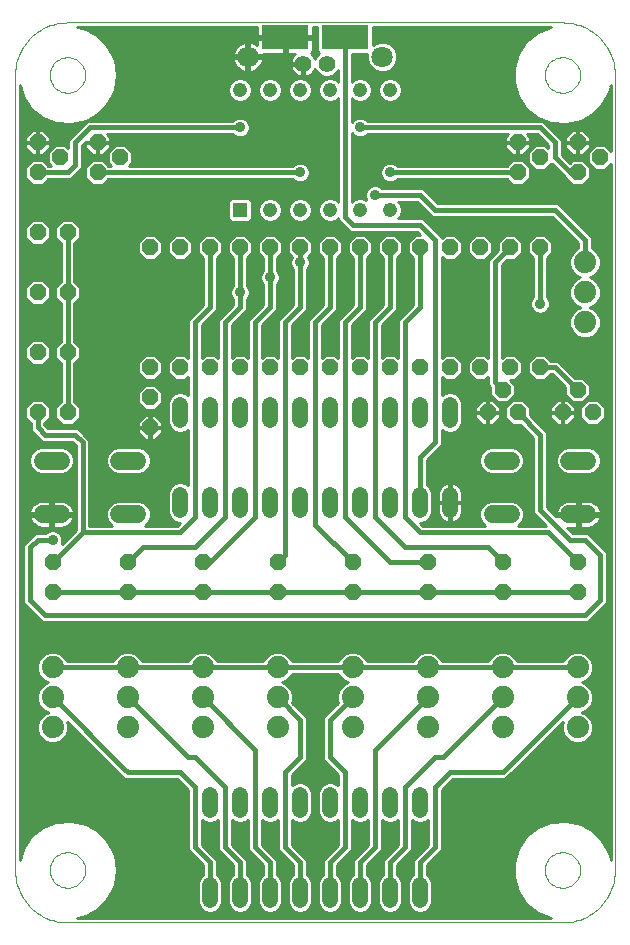
<source format=gtl>
G75*
G70*
%OFA0B0*%
%FSLAX24Y24*%
%IPPOS*%
%LPD*%
%AMOC8*
5,1,8,0,0,1.08239X$1,22.5*
%
%ADD10C,0.0000*%
%ADD11C,0.0520*%
%ADD12OC8,0.0520*%
%ADD13R,0.0476X0.0476*%
%ADD14C,0.0476*%
%ADD15C,0.0709*%
%ADD16C,0.0740*%
%ADD17C,0.0600*%
%ADD18R,0.1575X0.0787*%
%ADD19C,0.0560*%
%ADD20C,0.0100*%
%ADD21C,0.0357*%
%ADD22C,0.0475*%
%ADD23C,0.0160*%
D10*
X000151Y001901D02*
X000151Y028401D01*
X001310Y028401D02*
X001312Y028449D01*
X001318Y028497D01*
X001328Y028544D01*
X001341Y028590D01*
X001359Y028635D01*
X001379Y028679D01*
X001404Y028721D01*
X001432Y028760D01*
X001462Y028797D01*
X001496Y028831D01*
X001533Y028863D01*
X001571Y028892D01*
X001612Y028917D01*
X001655Y028939D01*
X001700Y028957D01*
X001746Y028971D01*
X001793Y028982D01*
X001841Y028989D01*
X001889Y028992D01*
X001937Y028991D01*
X001985Y028986D01*
X002033Y028977D01*
X002079Y028965D01*
X002124Y028948D01*
X002168Y028928D01*
X002210Y028905D01*
X002250Y028878D01*
X002288Y028848D01*
X002323Y028815D01*
X002355Y028779D01*
X002385Y028741D01*
X002411Y028700D01*
X002433Y028657D01*
X002453Y028613D01*
X002468Y028568D01*
X002480Y028521D01*
X002488Y028473D01*
X002492Y028425D01*
X002492Y028377D01*
X002488Y028329D01*
X002480Y028281D01*
X002468Y028234D01*
X002453Y028189D01*
X002433Y028145D01*
X002411Y028102D01*
X002385Y028061D01*
X002355Y028023D01*
X002323Y027987D01*
X002288Y027954D01*
X002250Y027924D01*
X002210Y027897D01*
X002168Y027874D01*
X002124Y027854D01*
X002079Y027837D01*
X002033Y027825D01*
X001985Y027816D01*
X001937Y027811D01*
X001889Y027810D01*
X001841Y027813D01*
X001793Y027820D01*
X001746Y027831D01*
X001700Y027845D01*
X001655Y027863D01*
X001612Y027885D01*
X001571Y027910D01*
X001533Y027939D01*
X001496Y027971D01*
X001462Y028005D01*
X001432Y028042D01*
X001404Y028081D01*
X001379Y028123D01*
X001359Y028167D01*
X001341Y028212D01*
X001328Y028258D01*
X001318Y028305D01*
X001312Y028353D01*
X001310Y028401D01*
X000151Y028401D02*
X000153Y028484D01*
X000159Y028567D01*
X000169Y028650D01*
X000183Y028732D01*
X000200Y028814D01*
X000222Y028894D01*
X000247Y028973D01*
X000276Y029051D01*
X000309Y029128D01*
X000346Y029203D01*
X000385Y029276D01*
X000429Y029347D01*
X000475Y029416D01*
X000525Y029483D01*
X000578Y029547D01*
X000634Y029609D01*
X000693Y029668D01*
X000755Y029724D01*
X000819Y029777D01*
X000886Y029827D01*
X000955Y029873D01*
X001026Y029917D01*
X001099Y029956D01*
X001174Y029993D01*
X001251Y030026D01*
X001329Y030055D01*
X001408Y030080D01*
X001488Y030102D01*
X001570Y030119D01*
X001652Y030133D01*
X001735Y030143D01*
X001818Y030149D01*
X001901Y030151D01*
X018401Y030151D01*
X017810Y028401D02*
X017812Y028449D01*
X017818Y028497D01*
X017828Y028544D01*
X017841Y028590D01*
X017859Y028635D01*
X017879Y028679D01*
X017904Y028721D01*
X017932Y028760D01*
X017962Y028797D01*
X017996Y028831D01*
X018033Y028863D01*
X018071Y028892D01*
X018112Y028917D01*
X018155Y028939D01*
X018200Y028957D01*
X018246Y028971D01*
X018293Y028982D01*
X018341Y028989D01*
X018389Y028992D01*
X018437Y028991D01*
X018485Y028986D01*
X018533Y028977D01*
X018579Y028965D01*
X018624Y028948D01*
X018668Y028928D01*
X018710Y028905D01*
X018750Y028878D01*
X018788Y028848D01*
X018823Y028815D01*
X018855Y028779D01*
X018885Y028741D01*
X018911Y028700D01*
X018933Y028657D01*
X018953Y028613D01*
X018968Y028568D01*
X018980Y028521D01*
X018988Y028473D01*
X018992Y028425D01*
X018992Y028377D01*
X018988Y028329D01*
X018980Y028281D01*
X018968Y028234D01*
X018953Y028189D01*
X018933Y028145D01*
X018911Y028102D01*
X018885Y028061D01*
X018855Y028023D01*
X018823Y027987D01*
X018788Y027954D01*
X018750Y027924D01*
X018710Y027897D01*
X018668Y027874D01*
X018624Y027854D01*
X018579Y027837D01*
X018533Y027825D01*
X018485Y027816D01*
X018437Y027811D01*
X018389Y027810D01*
X018341Y027813D01*
X018293Y027820D01*
X018246Y027831D01*
X018200Y027845D01*
X018155Y027863D01*
X018112Y027885D01*
X018071Y027910D01*
X018033Y027939D01*
X017996Y027971D01*
X017962Y028005D01*
X017932Y028042D01*
X017904Y028081D01*
X017879Y028123D01*
X017859Y028167D01*
X017841Y028212D01*
X017828Y028258D01*
X017818Y028305D01*
X017812Y028353D01*
X017810Y028401D01*
X018401Y030151D02*
X018484Y030149D01*
X018567Y030143D01*
X018650Y030133D01*
X018732Y030119D01*
X018814Y030102D01*
X018894Y030080D01*
X018973Y030055D01*
X019051Y030026D01*
X019128Y029993D01*
X019203Y029956D01*
X019276Y029917D01*
X019347Y029873D01*
X019416Y029827D01*
X019483Y029777D01*
X019547Y029724D01*
X019609Y029668D01*
X019668Y029609D01*
X019724Y029547D01*
X019777Y029483D01*
X019827Y029416D01*
X019873Y029347D01*
X019917Y029276D01*
X019956Y029203D01*
X019993Y029128D01*
X020026Y029051D01*
X020055Y028973D01*
X020080Y028894D01*
X020102Y028814D01*
X020119Y028732D01*
X020133Y028650D01*
X020143Y028567D01*
X020149Y028484D01*
X020151Y028401D01*
X020151Y001901D01*
X017810Y001901D02*
X017812Y001949D01*
X017818Y001997D01*
X017828Y002044D01*
X017841Y002090D01*
X017859Y002135D01*
X017879Y002179D01*
X017904Y002221D01*
X017932Y002260D01*
X017962Y002297D01*
X017996Y002331D01*
X018033Y002363D01*
X018071Y002392D01*
X018112Y002417D01*
X018155Y002439D01*
X018200Y002457D01*
X018246Y002471D01*
X018293Y002482D01*
X018341Y002489D01*
X018389Y002492D01*
X018437Y002491D01*
X018485Y002486D01*
X018533Y002477D01*
X018579Y002465D01*
X018624Y002448D01*
X018668Y002428D01*
X018710Y002405D01*
X018750Y002378D01*
X018788Y002348D01*
X018823Y002315D01*
X018855Y002279D01*
X018885Y002241D01*
X018911Y002200D01*
X018933Y002157D01*
X018953Y002113D01*
X018968Y002068D01*
X018980Y002021D01*
X018988Y001973D01*
X018992Y001925D01*
X018992Y001877D01*
X018988Y001829D01*
X018980Y001781D01*
X018968Y001734D01*
X018953Y001689D01*
X018933Y001645D01*
X018911Y001602D01*
X018885Y001561D01*
X018855Y001523D01*
X018823Y001487D01*
X018788Y001454D01*
X018750Y001424D01*
X018710Y001397D01*
X018668Y001374D01*
X018624Y001354D01*
X018579Y001337D01*
X018533Y001325D01*
X018485Y001316D01*
X018437Y001311D01*
X018389Y001310D01*
X018341Y001313D01*
X018293Y001320D01*
X018246Y001331D01*
X018200Y001345D01*
X018155Y001363D01*
X018112Y001385D01*
X018071Y001410D01*
X018033Y001439D01*
X017996Y001471D01*
X017962Y001505D01*
X017932Y001542D01*
X017904Y001581D01*
X017879Y001623D01*
X017859Y001667D01*
X017841Y001712D01*
X017828Y001758D01*
X017818Y001805D01*
X017812Y001853D01*
X017810Y001901D01*
X018401Y000151D02*
X018484Y000153D01*
X018567Y000159D01*
X018650Y000169D01*
X018732Y000183D01*
X018814Y000200D01*
X018894Y000222D01*
X018973Y000247D01*
X019051Y000276D01*
X019128Y000309D01*
X019203Y000346D01*
X019276Y000385D01*
X019347Y000429D01*
X019416Y000475D01*
X019483Y000525D01*
X019547Y000578D01*
X019609Y000634D01*
X019668Y000693D01*
X019724Y000755D01*
X019777Y000819D01*
X019827Y000886D01*
X019873Y000955D01*
X019917Y001026D01*
X019956Y001099D01*
X019993Y001174D01*
X020026Y001251D01*
X020055Y001329D01*
X020080Y001408D01*
X020102Y001488D01*
X020119Y001570D01*
X020133Y001652D01*
X020143Y001735D01*
X020149Y001818D01*
X020151Y001901D01*
X018401Y000151D02*
X001901Y000151D01*
X001310Y001901D02*
X001312Y001949D01*
X001318Y001997D01*
X001328Y002044D01*
X001341Y002090D01*
X001359Y002135D01*
X001379Y002179D01*
X001404Y002221D01*
X001432Y002260D01*
X001462Y002297D01*
X001496Y002331D01*
X001533Y002363D01*
X001571Y002392D01*
X001612Y002417D01*
X001655Y002439D01*
X001700Y002457D01*
X001746Y002471D01*
X001793Y002482D01*
X001841Y002489D01*
X001889Y002492D01*
X001937Y002491D01*
X001985Y002486D01*
X002033Y002477D01*
X002079Y002465D01*
X002124Y002448D01*
X002168Y002428D01*
X002210Y002405D01*
X002250Y002378D01*
X002288Y002348D01*
X002323Y002315D01*
X002355Y002279D01*
X002385Y002241D01*
X002411Y002200D01*
X002433Y002157D01*
X002453Y002113D01*
X002468Y002068D01*
X002480Y002021D01*
X002488Y001973D01*
X002492Y001925D01*
X002492Y001877D01*
X002488Y001829D01*
X002480Y001781D01*
X002468Y001734D01*
X002453Y001689D01*
X002433Y001645D01*
X002411Y001602D01*
X002385Y001561D01*
X002355Y001523D01*
X002323Y001487D01*
X002288Y001454D01*
X002250Y001424D01*
X002210Y001397D01*
X002168Y001374D01*
X002124Y001354D01*
X002079Y001337D01*
X002033Y001325D01*
X001985Y001316D01*
X001937Y001311D01*
X001889Y001310D01*
X001841Y001313D01*
X001793Y001320D01*
X001746Y001331D01*
X001700Y001345D01*
X001655Y001363D01*
X001612Y001385D01*
X001571Y001410D01*
X001533Y001439D01*
X001496Y001471D01*
X001462Y001505D01*
X001432Y001542D01*
X001404Y001581D01*
X001379Y001623D01*
X001359Y001667D01*
X001341Y001712D01*
X001328Y001758D01*
X001318Y001805D01*
X001312Y001853D01*
X001310Y001901D01*
X000151Y001901D02*
X000153Y001818D01*
X000159Y001735D01*
X000169Y001652D01*
X000183Y001570D01*
X000200Y001488D01*
X000222Y001408D01*
X000247Y001329D01*
X000276Y001251D01*
X000309Y001174D01*
X000346Y001099D01*
X000385Y001026D01*
X000429Y000955D01*
X000475Y000886D01*
X000525Y000819D01*
X000578Y000755D01*
X000634Y000693D01*
X000693Y000634D01*
X000755Y000578D01*
X000819Y000525D01*
X000886Y000475D01*
X000955Y000429D01*
X001026Y000385D01*
X001099Y000346D01*
X001174Y000309D01*
X001251Y000276D01*
X001329Y000247D01*
X001408Y000222D01*
X001488Y000200D01*
X001570Y000183D01*
X001652Y000169D01*
X001735Y000159D01*
X001818Y000153D01*
X001901Y000151D01*
D11*
X006651Y000891D02*
X006651Y001411D01*
X007651Y001411D02*
X007651Y000891D01*
X008651Y000891D02*
X008651Y001411D01*
X009651Y001411D02*
X009651Y000891D01*
X010651Y000891D02*
X010651Y001411D01*
X011651Y001411D02*
X011651Y000891D01*
X012651Y000891D02*
X012651Y001411D01*
X013651Y001411D02*
X013651Y000891D01*
X013651Y003891D02*
X013651Y004411D01*
X012651Y004411D02*
X012651Y003891D01*
X011651Y003891D02*
X011651Y004411D01*
X010651Y004411D02*
X010651Y003891D01*
X009651Y003891D02*
X009651Y004411D01*
X008651Y004411D02*
X008651Y003891D01*
X007651Y003891D02*
X007651Y004411D01*
X006651Y004411D02*
X006651Y003891D01*
X006651Y013891D02*
X006651Y014411D01*
X005651Y014411D02*
X005651Y013891D01*
X007651Y013891D02*
X007651Y014411D01*
X008651Y014411D02*
X008651Y013891D01*
X009651Y013891D02*
X009651Y014411D01*
X010651Y014411D02*
X010651Y013891D01*
X011651Y013891D02*
X011651Y014411D01*
X012651Y014411D02*
X012651Y013891D01*
X013651Y013891D02*
X013651Y014411D01*
X014651Y014411D02*
X014651Y013891D01*
X014651Y016891D02*
X014651Y017411D01*
X013651Y017411D02*
X013651Y016891D01*
X012651Y016891D02*
X012651Y017411D01*
X011651Y017411D02*
X011651Y016891D01*
X010651Y016891D02*
X010651Y017411D01*
X009651Y017411D02*
X009651Y016891D01*
X008651Y016891D02*
X008651Y017411D01*
X007651Y017411D02*
X007651Y016891D01*
X006651Y016891D02*
X006651Y017411D01*
X005651Y017411D02*
X005651Y016891D01*
D12*
X004651Y016651D03*
X004651Y017651D03*
X004651Y018651D03*
X005651Y018651D03*
X006651Y018651D03*
X007651Y018651D03*
X008651Y018651D03*
X009651Y018651D03*
X010651Y018651D03*
X011651Y018651D03*
X012651Y018651D03*
X013651Y018651D03*
X014651Y018651D03*
X015651Y018651D03*
X016401Y017901D03*
X016651Y018651D03*
X017651Y018651D03*
X016901Y017151D03*
X015901Y017151D03*
X018401Y017151D03*
X018901Y017901D03*
X019401Y017151D03*
X018901Y012151D03*
X018901Y011151D03*
X016401Y011151D03*
X016401Y012151D03*
X013901Y012151D03*
X013901Y011151D03*
X011401Y011151D03*
X011401Y012151D03*
X008901Y012151D03*
X008901Y011151D03*
X006401Y011151D03*
X006401Y012151D03*
X003901Y012151D03*
X003901Y011151D03*
X001401Y011151D03*
X001401Y012151D03*
X000901Y017151D03*
X001901Y017151D03*
X001901Y019151D03*
X000901Y019151D03*
X000901Y021151D03*
X001901Y021151D03*
X001901Y023151D03*
X000901Y023151D03*
X000901Y025151D03*
X001651Y025651D03*
X000901Y026151D03*
X002901Y026151D03*
X003651Y025651D03*
X002901Y025151D03*
X004651Y022651D03*
X005651Y022651D03*
X006651Y022651D03*
X007651Y022651D03*
X008651Y022651D03*
X009651Y022651D03*
X010651Y022651D03*
X011651Y022651D03*
X012651Y022651D03*
X013651Y022651D03*
X014651Y022651D03*
X015651Y022651D03*
X016651Y022651D03*
X017651Y022651D03*
X016901Y025151D03*
X017651Y025651D03*
X016901Y026151D03*
X018901Y026151D03*
X019651Y025651D03*
X018901Y025151D03*
D13*
X007651Y023901D03*
D14*
X008651Y023901D03*
X009651Y023901D03*
X010651Y023901D03*
X011651Y023901D03*
X012651Y023901D03*
X012651Y027901D03*
X011651Y027901D03*
X010651Y027901D03*
X009651Y027901D03*
X008651Y027901D03*
X007651Y027901D03*
D15*
X007911Y029006D03*
X012391Y029006D03*
D16*
X019151Y022151D03*
X019151Y021151D03*
X019151Y020151D03*
X018901Y008651D03*
X018901Y007651D03*
X018901Y006651D03*
X016401Y006651D03*
X016401Y007651D03*
X016401Y008651D03*
X013901Y008651D03*
X013901Y007651D03*
X013901Y006651D03*
X011401Y006651D03*
X011401Y007651D03*
X011401Y008651D03*
X008901Y008651D03*
X008901Y007651D03*
X008901Y006651D03*
X006401Y006651D03*
X006401Y007651D03*
X006401Y008651D03*
X003901Y008651D03*
X003901Y007651D03*
X003901Y006651D03*
X001401Y006651D03*
X001401Y007651D03*
X001401Y008651D03*
D17*
X001671Y013761D02*
X001071Y013761D01*
X001071Y015541D02*
X001671Y015541D01*
X003631Y015541D02*
X004231Y015541D01*
X004231Y013761D02*
X003631Y013761D01*
X016071Y013761D02*
X016671Y013761D01*
X016671Y015541D02*
X016071Y015541D01*
X018631Y015541D02*
X019231Y015541D01*
X019231Y013761D02*
X018631Y013761D01*
D18*
X011151Y029651D03*
X009151Y029651D03*
D19*
X009757Y028776D03*
X010545Y028776D03*
D20*
X010810Y028433D02*
X010921Y028433D01*
X010921Y028335D02*
X003541Y028335D01*
X003551Y028401D02*
X003478Y028887D01*
X003478Y028888D01*
X003264Y029331D01*
X002930Y029691D01*
X002504Y029937D01*
X002223Y030001D01*
X008214Y030001D01*
X008214Y029701D01*
X009101Y029701D01*
X009101Y029601D01*
X009201Y029601D01*
X009201Y029107D01*
X009482Y029107D01*
X009477Y029104D01*
X009429Y029056D01*
X009390Y029002D01*
X009359Y028941D01*
X009338Y028877D01*
X009327Y028810D01*
X009327Y028805D01*
X009728Y028805D01*
X009728Y028747D01*
X009327Y028747D01*
X009327Y028742D01*
X009338Y028675D01*
X009359Y028611D01*
X009390Y028551D01*
X009429Y028496D01*
X009477Y028448D01*
X009532Y028408D01*
X009592Y028378D01*
X009657Y028357D01*
X009724Y028346D01*
X009729Y028346D01*
X009729Y028747D01*
X009786Y028747D01*
X009786Y028346D01*
X009791Y028346D01*
X009858Y028357D01*
X009923Y028378D01*
X009983Y028408D01*
X010038Y028448D01*
X010085Y028496D01*
X010125Y028551D01*
X010151Y028602D01*
X010180Y028533D01*
X010301Y028412D01*
X010459Y028346D01*
X010630Y028346D01*
X010788Y028412D01*
X010909Y028533D01*
X010921Y028561D01*
X010921Y028180D01*
X010871Y028230D01*
X010728Y028289D01*
X010574Y028289D01*
X010431Y028230D01*
X010322Y028121D01*
X010263Y027978D01*
X010263Y027824D01*
X010322Y027681D01*
X010431Y027572D01*
X010574Y027513D01*
X010728Y027513D01*
X010871Y027572D01*
X010921Y027623D01*
X010921Y024180D01*
X010871Y024230D01*
X010728Y024289D01*
X010574Y024289D01*
X010431Y024230D01*
X010322Y024121D01*
X010263Y023978D01*
X010263Y023824D01*
X010322Y023681D01*
X010431Y023572D01*
X010574Y023513D01*
X010728Y023513D01*
X010871Y023572D01*
X010921Y023623D01*
X010921Y023556D01*
X011056Y023421D01*
X011306Y023171D01*
X011496Y023171D01*
X013556Y023171D01*
X013666Y023061D01*
X013481Y023061D01*
X013241Y022821D01*
X013241Y022481D01*
X013421Y022301D01*
X013421Y020746D01*
X013056Y020381D01*
X012921Y020246D01*
X012921Y018961D01*
X012821Y019061D01*
X012481Y019061D01*
X012381Y018961D01*
X012381Y020056D01*
X012881Y020556D01*
X012881Y020746D01*
X012881Y022301D01*
X013061Y022481D01*
X013061Y022821D01*
X012821Y023061D01*
X012481Y023061D01*
X012241Y022821D01*
X012241Y022481D01*
X012421Y022301D01*
X012421Y020746D01*
X012056Y020381D01*
X011921Y020246D01*
X011921Y018961D01*
X011821Y019061D01*
X011481Y019061D01*
X011381Y018961D01*
X011381Y020056D01*
X011881Y020556D01*
X011881Y020746D01*
X011881Y022301D01*
X012061Y022481D01*
X012061Y022821D01*
X011821Y023061D01*
X011481Y023061D01*
X011241Y022821D01*
X011241Y022481D01*
X011421Y022301D01*
X011421Y020746D01*
X011056Y020381D01*
X010921Y020246D01*
X010921Y018961D01*
X010821Y019061D01*
X010481Y019061D01*
X010381Y018961D01*
X010381Y020056D01*
X010881Y020556D01*
X010881Y020746D01*
X010881Y022301D01*
X011061Y022481D01*
X011061Y022821D01*
X010821Y023061D01*
X010481Y023061D01*
X010241Y022821D01*
X010241Y022481D01*
X010421Y022301D01*
X010421Y020746D01*
X010056Y020381D01*
X009921Y020246D01*
X009921Y018961D01*
X009821Y019061D01*
X009481Y019061D01*
X009381Y018961D01*
X009381Y020056D01*
X009881Y020556D01*
X009881Y020746D01*
X009881Y021917D01*
X009930Y021965D01*
X009980Y022086D01*
X009980Y022216D01*
X009930Y022337D01*
X009923Y022344D01*
X010061Y022481D01*
X010061Y022821D01*
X009821Y023061D01*
X009481Y023061D01*
X009241Y022821D01*
X009241Y022481D01*
X009379Y022344D01*
X009373Y022337D01*
X009323Y022216D01*
X009323Y022086D01*
X009373Y021965D01*
X009421Y021917D01*
X009421Y020746D01*
X009056Y020381D01*
X008921Y020246D01*
X008921Y018961D01*
X008821Y019061D01*
X008481Y019061D01*
X008381Y018961D01*
X008381Y020056D01*
X008881Y020556D01*
X008881Y020746D01*
X008881Y021417D01*
X008930Y021465D01*
X008980Y021586D01*
X008980Y021716D01*
X008930Y021837D01*
X008881Y021886D01*
X008881Y022301D01*
X009061Y022481D01*
X009061Y022821D01*
X008821Y023061D01*
X008481Y023061D01*
X008241Y022821D01*
X008241Y022481D01*
X008421Y022301D01*
X008421Y021886D01*
X008373Y021837D01*
X008323Y021716D01*
X008323Y021586D01*
X008373Y021465D01*
X008421Y021417D01*
X008421Y020746D01*
X008056Y020381D01*
X007921Y020246D01*
X007921Y018961D01*
X007821Y019061D01*
X007481Y019061D01*
X007381Y018961D01*
X007381Y020056D01*
X007881Y020556D01*
X007881Y020746D01*
X007881Y020917D01*
X007930Y020965D01*
X007980Y021086D01*
X007980Y021216D01*
X007930Y021337D01*
X007881Y021386D01*
X007881Y022301D01*
X008061Y022481D01*
X008061Y022821D01*
X007821Y023061D01*
X007481Y023061D01*
X007241Y022821D01*
X007241Y022481D01*
X007421Y022301D01*
X007421Y021386D01*
X007373Y021337D01*
X007323Y021216D01*
X007323Y021086D01*
X007373Y020965D01*
X007421Y020917D01*
X007421Y020746D01*
X006921Y020246D01*
X006921Y020056D01*
X006921Y018961D01*
X006821Y019061D01*
X006481Y019061D01*
X006381Y018961D01*
X006381Y020056D01*
X006881Y020556D01*
X006881Y020746D01*
X006881Y022301D01*
X007061Y022481D01*
X007061Y022821D01*
X006821Y023061D01*
X006481Y023061D01*
X006241Y022821D01*
X006241Y022481D01*
X006421Y022301D01*
X006421Y020746D01*
X006056Y020381D01*
X005921Y020246D01*
X005921Y018961D01*
X005821Y019061D01*
X005481Y019061D01*
X005241Y018821D01*
X005241Y018481D01*
X005481Y018241D01*
X005821Y018241D01*
X005921Y018341D01*
X005921Y017721D01*
X005883Y017759D01*
X005733Y017821D01*
X005570Y017821D01*
X005419Y017759D01*
X005304Y017643D01*
X005241Y017493D01*
X005241Y016810D01*
X005304Y016659D01*
X005419Y016544D01*
X005570Y016481D01*
X005733Y016481D01*
X005883Y016544D01*
X005921Y016581D01*
X005921Y014721D01*
X005883Y014759D01*
X005733Y014821D01*
X005570Y014821D01*
X005419Y014759D01*
X005304Y014643D01*
X005241Y014493D01*
X005241Y013810D01*
X005304Y013659D01*
X005419Y013544D01*
X005570Y013481D01*
X005656Y013481D01*
X005556Y013381D01*
X004487Y013381D01*
X004613Y013506D01*
X004681Y013672D01*
X004681Y013851D01*
X004613Y014016D01*
X004486Y014143D01*
X004321Y014211D01*
X003542Y014211D01*
X003376Y014143D01*
X003250Y014016D01*
X003181Y013851D01*
X003181Y013672D01*
X003250Y013506D01*
X003375Y013381D01*
X002631Y013381D01*
X002631Y016246D01*
X002496Y016381D01*
X002246Y016631D01*
X002056Y016631D01*
X001246Y016631D01*
X001131Y016746D01*
X001131Y016801D01*
X001311Y016981D01*
X001311Y017321D01*
X001071Y017561D01*
X000731Y017561D01*
X000491Y017321D01*
X000491Y016981D01*
X000671Y016801D01*
X000671Y016746D01*
X000671Y016556D01*
X000921Y016306D01*
X001056Y016171D01*
X002056Y016171D01*
X002171Y016056D01*
X002171Y013246D01*
X001708Y012783D01*
X001730Y012836D01*
X001730Y012966D01*
X001680Y013087D01*
X001587Y013180D01*
X001466Y013230D01*
X001336Y013230D01*
X001215Y013180D01*
X001167Y013131D01*
X000996Y013131D01*
X000806Y013131D01*
X000556Y012881D01*
X000421Y012746D01*
X000421Y010996D01*
X000421Y010806D01*
X001056Y010171D01*
X001246Y010171D01*
X019246Y010171D01*
X019381Y010306D01*
X019881Y010806D01*
X019881Y010996D01*
X019881Y012496D01*
X019746Y012631D01*
X019246Y013131D01*
X019056Y013131D01*
X018746Y013131D01*
X018561Y013317D01*
X018596Y013311D01*
X018881Y013311D01*
X018881Y013711D01*
X018183Y013711D01*
X018187Y013691D01*
X017881Y013996D01*
X017881Y016306D01*
X017881Y016496D01*
X017311Y017066D01*
X017311Y017321D01*
X017071Y017561D01*
X016731Y017561D01*
X016491Y017321D01*
X016491Y016981D01*
X016731Y016741D01*
X016986Y016741D01*
X017421Y016306D01*
X017421Y013806D01*
X017556Y013671D01*
X017846Y013381D01*
X017806Y013381D01*
X016927Y013381D01*
X017053Y013506D01*
X017121Y013672D01*
X017121Y013851D01*
X017053Y014016D01*
X016926Y014143D01*
X016761Y014211D01*
X015982Y014211D01*
X015816Y014143D01*
X015690Y014016D01*
X015621Y013851D01*
X015621Y013672D01*
X015690Y013506D01*
X015815Y013381D01*
X013746Y013381D01*
X013646Y013481D01*
X013733Y013481D01*
X013883Y013544D01*
X013999Y013659D01*
X014061Y013810D01*
X014061Y014493D01*
X013999Y014643D01*
X013883Y014759D01*
X013881Y014760D01*
X013881Y015556D01*
X014246Y015921D01*
X014381Y016056D01*
X014381Y016581D01*
X014419Y016544D01*
X014570Y016481D01*
X014733Y016481D01*
X014883Y016544D01*
X014999Y016659D01*
X015061Y016810D01*
X015061Y017493D01*
X014999Y017643D01*
X014883Y017759D01*
X014733Y017821D01*
X014570Y017821D01*
X014419Y017759D01*
X014381Y017721D01*
X014381Y018341D01*
X014481Y018241D01*
X014821Y018241D01*
X015061Y018481D01*
X015061Y018821D01*
X014821Y019061D01*
X014481Y019061D01*
X014381Y018961D01*
X014381Y022341D01*
X014481Y022241D01*
X014821Y022241D01*
X015061Y022481D01*
X015061Y022821D01*
X014821Y023061D01*
X014481Y023061D01*
X014381Y022961D01*
X014381Y022996D01*
X013881Y023496D01*
X013746Y023631D01*
X012930Y023631D01*
X012980Y023681D01*
X013039Y023824D01*
X013039Y023978D01*
X012980Y024121D01*
X012930Y024171D01*
X013556Y024171D01*
X013921Y023806D01*
X014056Y023671D01*
X018056Y023671D01*
X018921Y022806D01*
X018921Y022619D01*
X018061Y022619D01*
X018061Y022521D02*
X018785Y022521D01*
X018857Y022592D02*
X018710Y022446D01*
X018631Y022255D01*
X018631Y022048D01*
X018710Y021857D01*
X018857Y021710D01*
X019000Y021651D01*
X018857Y021592D01*
X018710Y021446D01*
X018631Y021255D01*
X018631Y021048D01*
X018710Y020857D01*
X018857Y020710D01*
X019000Y020651D01*
X018857Y020592D01*
X018710Y020446D01*
X018631Y020255D01*
X018631Y020048D01*
X018710Y019857D01*
X018857Y019710D01*
X019048Y019631D01*
X019255Y019631D01*
X019446Y019710D01*
X019592Y019857D01*
X019671Y020048D01*
X019671Y020255D01*
X019592Y020446D01*
X019446Y020592D01*
X019303Y020651D01*
X019446Y020710D01*
X019592Y020857D01*
X019671Y021048D01*
X019671Y021255D01*
X019592Y021446D01*
X019446Y021592D01*
X019303Y021651D01*
X019446Y021710D01*
X019592Y021857D01*
X019671Y022048D01*
X019671Y022255D01*
X019592Y022446D01*
X019446Y022592D01*
X019381Y022619D01*
X020001Y022619D01*
X020001Y022521D02*
X019517Y022521D01*
X019602Y022422D02*
X020001Y022422D01*
X020001Y022323D02*
X019643Y022323D01*
X019671Y022225D02*
X020001Y022225D01*
X020001Y022126D02*
X019671Y022126D01*
X019663Y022028D02*
X020001Y022028D01*
X020001Y021929D02*
X019622Y021929D01*
X019566Y021831D02*
X020001Y021831D01*
X020001Y021732D02*
X019468Y021732D01*
X019345Y021634D02*
X020001Y021634D01*
X020001Y021535D02*
X019503Y021535D01*
X019596Y021437D02*
X020001Y021437D01*
X020001Y021338D02*
X019637Y021338D01*
X019671Y021239D02*
X020001Y021239D01*
X020001Y021141D02*
X019671Y021141D01*
X019669Y021042D02*
X020001Y021042D01*
X020001Y020944D02*
X019628Y020944D01*
X019581Y020845D02*
X020001Y020845D01*
X020001Y020747D02*
X019482Y020747D01*
X019488Y020550D02*
X020001Y020550D01*
X020001Y020648D02*
X019310Y020648D01*
X018992Y020648D02*
X017954Y020648D01*
X017930Y020590D02*
X017980Y020711D01*
X017980Y020841D01*
X017930Y020962D01*
X017881Y021011D01*
X017881Y022301D01*
X018061Y022481D01*
X018061Y022821D01*
X017821Y023061D01*
X017481Y023061D01*
X017241Y022821D01*
X017241Y022481D01*
X017421Y022301D01*
X017421Y021011D01*
X017373Y020962D01*
X017323Y020841D01*
X017323Y020711D01*
X017373Y020590D01*
X017465Y020498D01*
X017586Y020448D01*
X017716Y020448D01*
X017837Y020498D01*
X017930Y020590D01*
X017889Y020550D02*
X018814Y020550D01*
X018716Y020451D02*
X017725Y020451D01*
X017578Y020451D02*
X016381Y020451D01*
X016381Y020353D02*
X018672Y020353D01*
X018631Y020254D02*
X016381Y020254D01*
X016381Y020155D02*
X018631Y020155D01*
X018631Y020057D02*
X016381Y020057D01*
X016381Y019958D02*
X018668Y019958D01*
X018709Y019860D02*
X016381Y019860D01*
X016381Y019761D02*
X018806Y019761D01*
X018971Y019663D02*
X016381Y019663D01*
X016381Y019564D02*
X020001Y019564D01*
X020001Y019466D02*
X016381Y019466D01*
X016381Y019367D02*
X020001Y019367D01*
X020001Y019269D02*
X016381Y019269D01*
X016381Y019170D02*
X020001Y019170D01*
X020001Y019071D02*
X016381Y019071D01*
X016381Y018973D02*
X016393Y018973D01*
X016381Y018961D02*
X016381Y022056D01*
X016566Y022241D01*
X016821Y022241D01*
X017061Y022481D01*
X017061Y022821D01*
X016821Y023061D01*
X016481Y023061D01*
X016241Y022821D01*
X016241Y022566D01*
X016056Y022381D01*
X015921Y022246D01*
X015921Y018961D01*
X015821Y019061D01*
X015481Y019061D01*
X015241Y018821D01*
X015241Y018481D01*
X015481Y018241D01*
X015821Y018241D01*
X015921Y018341D01*
X015921Y018246D01*
X015921Y018056D01*
X015991Y017986D01*
X015991Y017731D01*
X016231Y017491D01*
X016571Y017491D01*
X016811Y017731D01*
X016811Y018071D01*
X016641Y018241D01*
X016821Y018241D01*
X017061Y018481D01*
X017061Y018821D01*
X016821Y019061D01*
X016481Y019061D01*
X016381Y018961D01*
X016909Y018973D02*
X017393Y018973D01*
X017481Y019061D02*
X017241Y018821D01*
X017241Y018481D01*
X017481Y018241D01*
X017821Y018241D01*
X018001Y018421D01*
X018056Y018421D01*
X018491Y017986D01*
X018491Y017731D01*
X018731Y017491D01*
X019071Y017491D01*
X019311Y017731D01*
X019311Y018071D01*
X019071Y018311D01*
X018816Y018311D01*
X018246Y018881D01*
X018056Y018881D01*
X018001Y018881D01*
X017821Y019061D01*
X017481Y019061D01*
X017295Y018874D02*
X017008Y018874D01*
X017061Y018776D02*
X017241Y018776D01*
X017241Y018677D02*
X017061Y018677D01*
X017061Y018579D02*
X017241Y018579D01*
X017242Y018480D02*
X017060Y018480D01*
X016961Y018382D02*
X017341Y018382D01*
X017439Y018283D02*
X016863Y018283D01*
X016698Y018185D02*
X018292Y018185D01*
X018194Y018283D02*
X017863Y018283D01*
X017961Y018382D02*
X018095Y018382D01*
X018352Y018776D02*
X020001Y018776D01*
X020001Y018874D02*
X018253Y018874D01*
X018450Y018677D02*
X020001Y018677D01*
X020001Y018579D02*
X018549Y018579D01*
X018647Y018480D02*
X020001Y018480D01*
X020001Y018382D02*
X018746Y018382D01*
X018391Y018086D02*
X016796Y018086D01*
X016811Y017988D02*
X018490Y017988D01*
X018491Y017889D02*
X016811Y017889D01*
X016811Y017790D02*
X018491Y017790D01*
X018531Y017692D02*
X016772Y017692D01*
X016673Y017593D02*
X018629Y017593D01*
X018571Y017561D02*
X018431Y017561D01*
X018431Y017181D01*
X018811Y017181D01*
X018811Y017321D01*
X018571Y017561D01*
X018637Y017495D02*
X018728Y017495D01*
X018736Y017396D02*
X019066Y017396D01*
X019075Y017495D02*
X019165Y017495D01*
X019231Y017561D02*
X018991Y017321D01*
X018991Y016981D01*
X019231Y016741D01*
X019571Y016741D01*
X019811Y016981D01*
X019811Y017321D01*
X019571Y017561D01*
X019231Y017561D01*
X019173Y017593D02*
X020001Y017593D01*
X020001Y017495D02*
X019637Y017495D01*
X019736Y017396D02*
X020001Y017396D01*
X020001Y017298D02*
X019811Y017298D01*
X019811Y017199D02*
X020001Y017199D01*
X020001Y017101D02*
X019811Y017101D01*
X019811Y017002D02*
X020001Y017002D01*
X020001Y016904D02*
X019733Y016904D01*
X019635Y016805D02*
X020001Y016805D01*
X020001Y016706D02*
X017671Y016706D01*
X017770Y016608D02*
X020001Y016608D01*
X020001Y016509D02*
X017868Y016509D01*
X017881Y016411D02*
X020001Y016411D01*
X020001Y016312D02*
X017881Y016312D01*
X017881Y016214D02*
X020001Y016214D01*
X020001Y016115D02*
X017881Y016115D01*
X017881Y016017D02*
X020001Y016017D01*
X020001Y015918D02*
X019491Y015918D01*
X019486Y015923D02*
X019321Y015991D01*
X018542Y015991D01*
X018376Y015923D01*
X018250Y015796D01*
X018181Y015631D01*
X018181Y015452D01*
X018250Y015286D01*
X018376Y015160D01*
X018542Y015091D01*
X019321Y015091D01*
X019486Y015160D01*
X019613Y015286D01*
X019681Y015452D01*
X019681Y015631D01*
X019613Y015796D01*
X019486Y015923D01*
X019589Y015820D02*
X020001Y015820D01*
X020001Y015721D02*
X019644Y015721D01*
X019681Y015622D02*
X020001Y015622D01*
X020001Y015524D02*
X019681Y015524D01*
X019670Y015425D02*
X020001Y015425D01*
X020001Y015327D02*
X019629Y015327D01*
X019555Y015228D02*
X020001Y015228D01*
X020001Y015130D02*
X019414Y015130D01*
X020001Y015031D02*
X017881Y015031D01*
X017881Y014933D02*
X020001Y014933D01*
X020001Y014834D02*
X017881Y014834D01*
X017881Y014736D02*
X020001Y014736D01*
X020001Y014637D02*
X017881Y014637D01*
X017881Y014539D02*
X020001Y014539D01*
X020001Y014440D02*
X017881Y014440D01*
X017881Y014341D02*
X020001Y014341D01*
X020001Y014243D02*
X017881Y014243D01*
X017881Y014144D02*
X018393Y014144D01*
X018395Y014146D02*
X018338Y014104D01*
X018288Y014054D01*
X018246Y013997D01*
X018214Y013934D01*
X018192Y013867D01*
X018183Y013811D01*
X018881Y013811D01*
X018881Y013711D01*
X018981Y013711D01*
X018981Y013311D01*
X019267Y013311D01*
X019337Y013322D01*
X019404Y013344D01*
X019467Y013376D01*
X019524Y013418D01*
X019574Y013468D01*
X019616Y013525D01*
X019648Y013588D01*
X019670Y013656D01*
X019679Y013711D01*
X018981Y013711D01*
X018981Y013811D01*
X018881Y013811D01*
X018881Y014211D01*
X018596Y014211D01*
X018526Y014200D01*
X018458Y014178D01*
X018395Y014146D01*
X018282Y014046D02*
X017881Y014046D01*
X017930Y013947D02*
X018221Y013947D01*
X018189Y013849D02*
X018029Y013849D01*
X018127Y013750D02*
X018881Y013750D01*
X018881Y013652D02*
X018981Y013652D01*
X018981Y013750D02*
X020001Y013750D01*
X020001Y013652D02*
X019669Y013652D01*
X019630Y013553D02*
X020001Y013553D01*
X020001Y013455D02*
X019561Y013455D01*
X019427Y013356D02*
X020001Y013356D01*
X020001Y013257D02*
X018620Y013257D01*
X018719Y013159D02*
X020001Y013159D01*
X020001Y013060D02*
X019317Y013060D01*
X019416Y012962D02*
X020001Y012962D01*
X020001Y012863D02*
X019514Y012863D01*
X019613Y012765D02*
X020001Y012765D01*
X020001Y012666D02*
X019711Y012666D01*
X019810Y012568D02*
X020001Y012568D01*
X020001Y012469D02*
X019881Y012469D01*
X019881Y012371D02*
X020001Y012371D01*
X020001Y012272D02*
X019881Y012272D01*
X019881Y012173D02*
X020001Y012173D01*
X020001Y012075D02*
X019881Y012075D01*
X019881Y011976D02*
X020001Y011976D01*
X020001Y011878D02*
X019881Y011878D01*
X019881Y011779D02*
X020001Y011779D01*
X020001Y011681D02*
X019881Y011681D01*
X019881Y011582D02*
X020001Y011582D01*
X020001Y011484D02*
X019881Y011484D01*
X019881Y011385D02*
X020001Y011385D01*
X020001Y011287D02*
X019881Y011287D01*
X019881Y011188D02*
X020001Y011188D01*
X020001Y011089D02*
X019881Y011089D01*
X019881Y010991D02*
X020001Y010991D01*
X020001Y010892D02*
X019881Y010892D01*
X019869Y010794D02*
X020001Y010794D01*
X020001Y010695D02*
X019771Y010695D01*
X019672Y010597D02*
X020001Y010597D01*
X020001Y010498D02*
X019573Y010498D01*
X019475Y010400D02*
X020001Y010400D01*
X020001Y010301D02*
X019376Y010301D01*
X019278Y010203D02*
X020001Y010203D01*
X020001Y010104D02*
X000301Y010104D01*
X000301Y010006D02*
X020001Y010006D01*
X020001Y009907D02*
X000301Y009907D01*
X000301Y009808D02*
X020001Y009808D01*
X020001Y009710D02*
X000301Y009710D01*
X000301Y009611D02*
X020001Y009611D01*
X020001Y009513D02*
X000301Y009513D01*
X000301Y009414D02*
X020001Y009414D01*
X020001Y009316D02*
X000301Y009316D01*
X000301Y009217D02*
X020001Y009217D01*
X020001Y009119D02*
X019131Y009119D01*
X019196Y009092D02*
X019005Y009171D01*
X018798Y009171D01*
X018607Y009092D01*
X018460Y008946D01*
X018434Y008881D01*
X016869Y008881D01*
X016842Y008946D01*
X016696Y009092D01*
X016505Y009171D01*
X016298Y009171D01*
X016107Y009092D01*
X015960Y008946D01*
X015934Y008881D01*
X014369Y008881D01*
X014342Y008946D01*
X014196Y009092D01*
X014005Y009171D01*
X013798Y009171D01*
X013607Y009092D01*
X013460Y008946D01*
X013434Y008881D01*
X011869Y008881D01*
X011842Y008946D01*
X011696Y009092D01*
X011505Y009171D01*
X011298Y009171D01*
X011107Y009092D01*
X010960Y008946D01*
X010934Y008881D01*
X009369Y008881D01*
X009342Y008946D01*
X009196Y009092D01*
X009005Y009171D01*
X008798Y009171D01*
X008607Y009092D01*
X008460Y008946D01*
X008434Y008881D01*
X006869Y008881D01*
X006842Y008946D01*
X006696Y009092D01*
X006505Y009171D01*
X006298Y009171D01*
X006107Y009092D01*
X005960Y008946D01*
X005934Y008881D01*
X004369Y008881D01*
X004342Y008946D01*
X004196Y009092D01*
X004005Y009171D01*
X003798Y009171D01*
X003607Y009092D01*
X003460Y008946D01*
X003434Y008881D01*
X001869Y008881D01*
X001842Y008946D01*
X001696Y009092D01*
X001505Y009171D01*
X001298Y009171D01*
X001107Y009092D01*
X000960Y008946D01*
X000881Y008755D01*
X000881Y008548D01*
X000960Y008357D01*
X001107Y008210D01*
X001250Y008151D01*
X001107Y008092D01*
X000960Y007946D01*
X000881Y007755D01*
X000881Y007548D01*
X000960Y007357D01*
X001107Y007210D01*
X001250Y007151D01*
X001107Y007092D01*
X000960Y006946D01*
X000881Y006755D01*
X000881Y006548D01*
X000960Y006357D01*
X001107Y006210D01*
X001298Y006131D01*
X001505Y006131D01*
X001696Y006210D01*
X001842Y006357D01*
X001921Y006548D01*
X001921Y006755D01*
X001885Y006842D01*
X003546Y005181D01*
X003806Y004921D01*
X003996Y004921D01*
X005556Y004921D01*
X005921Y004556D01*
X005921Y002556D01*
X006056Y002421D01*
X006421Y002056D01*
X006421Y001760D01*
X006419Y001759D01*
X006304Y001643D01*
X006241Y001493D01*
X006241Y000810D01*
X006304Y000659D01*
X006419Y000544D01*
X006570Y000481D01*
X006733Y000481D01*
X006883Y000544D01*
X006999Y000659D01*
X007061Y000810D01*
X007061Y001493D01*
X006999Y001643D01*
X006883Y001759D01*
X006881Y001760D01*
X006881Y002056D01*
X006881Y002246D01*
X006381Y002746D01*
X006381Y003581D01*
X006419Y003544D01*
X006570Y003481D01*
X006733Y003481D01*
X006883Y003544D01*
X006921Y003581D01*
X006921Y002556D01*
X007056Y002421D01*
X007421Y002056D01*
X007421Y001760D01*
X007419Y001759D01*
X007304Y001643D01*
X007241Y001493D01*
X007241Y000810D01*
X007304Y000659D01*
X007419Y000544D01*
X007570Y000481D01*
X007733Y000481D01*
X007883Y000544D01*
X007999Y000659D01*
X008061Y000810D01*
X008061Y001493D01*
X007999Y001643D01*
X007883Y001759D01*
X007881Y001760D01*
X007881Y002056D01*
X007881Y002246D01*
X007381Y002746D01*
X007381Y003581D01*
X007419Y003544D01*
X007570Y003481D01*
X007733Y003481D01*
X007883Y003544D01*
X007921Y003581D01*
X007921Y002556D01*
X008056Y002421D01*
X008421Y002056D01*
X008421Y001760D01*
X008419Y001759D01*
X008304Y001643D01*
X008241Y001493D01*
X008241Y000810D01*
X008304Y000659D01*
X008419Y000544D01*
X008570Y000481D01*
X008733Y000481D01*
X008883Y000544D01*
X008999Y000659D01*
X009061Y000810D01*
X009061Y001493D01*
X008999Y001643D01*
X008883Y001759D01*
X008881Y001760D01*
X008881Y002056D01*
X008881Y002246D01*
X008381Y002746D01*
X008381Y003581D01*
X008419Y003544D01*
X008570Y003481D01*
X008733Y003481D01*
X008883Y003544D01*
X008921Y003581D01*
X008921Y002556D01*
X009056Y002421D01*
X009421Y002056D01*
X009421Y001760D01*
X009419Y001759D01*
X009304Y001643D01*
X009241Y001493D01*
X009241Y000810D01*
X009304Y000659D01*
X009419Y000544D01*
X009570Y000481D01*
X009733Y000481D01*
X009883Y000544D01*
X009999Y000659D01*
X010061Y000810D01*
X010061Y001493D01*
X009999Y001643D01*
X009883Y001759D01*
X009881Y001760D01*
X009881Y002056D01*
X009881Y002246D01*
X009381Y002746D01*
X009381Y003581D01*
X009419Y003544D01*
X009570Y003481D01*
X009733Y003481D01*
X009883Y003544D01*
X009999Y003659D01*
X010061Y003810D01*
X010061Y004493D01*
X009999Y004643D01*
X009883Y004759D01*
X009733Y004821D01*
X009570Y004821D01*
X009419Y004759D01*
X009381Y004721D01*
X009381Y005056D01*
X009746Y005421D01*
X009881Y005556D01*
X009881Y006806D01*
X009881Y006996D01*
X009394Y007483D01*
X009421Y007548D01*
X009421Y007755D01*
X009342Y007946D01*
X009196Y008092D01*
X009053Y008151D01*
X009196Y008210D01*
X009342Y008357D01*
X009369Y008421D01*
X010934Y008421D01*
X010960Y008357D01*
X011107Y008210D01*
X011250Y008151D01*
X011107Y008092D01*
X010960Y007946D01*
X010881Y007755D01*
X010881Y007548D01*
X010908Y007483D01*
X010421Y006996D01*
X010421Y006806D01*
X010421Y005746D01*
X010421Y005556D01*
X010921Y005056D01*
X010921Y004721D01*
X010883Y004759D01*
X010733Y004821D01*
X010570Y004821D01*
X010419Y004759D01*
X010304Y004643D01*
X010241Y004493D01*
X010241Y003810D01*
X010304Y003659D01*
X010419Y003544D01*
X010570Y003481D01*
X010733Y003481D01*
X010883Y003544D01*
X010921Y003581D01*
X010921Y002746D01*
X010421Y002246D01*
X010421Y002056D01*
X010421Y001760D01*
X010419Y001759D01*
X010304Y001643D01*
X010241Y001493D01*
X010241Y000810D01*
X010304Y000659D01*
X010419Y000544D01*
X010570Y000481D01*
X010733Y000481D01*
X010883Y000544D01*
X010999Y000659D01*
X011061Y000810D01*
X011061Y001493D01*
X010999Y001643D01*
X010883Y001759D01*
X010881Y001760D01*
X010881Y002056D01*
X011246Y002421D01*
X011381Y002556D01*
X011381Y003581D01*
X011419Y003544D01*
X011570Y003481D01*
X011733Y003481D01*
X011883Y003544D01*
X011921Y003581D01*
X011921Y002746D01*
X011421Y002246D01*
X011421Y002056D01*
X011421Y001760D01*
X011419Y001759D01*
X011304Y001643D01*
X011241Y001493D01*
X011241Y000810D01*
X011304Y000659D01*
X011419Y000544D01*
X011570Y000481D01*
X011733Y000481D01*
X011883Y000544D01*
X011999Y000659D01*
X012061Y000810D01*
X012061Y001493D01*
X011999Y001643D01*
X011883Y001759D01*
X011881Y001760D01*
X011881Y002056D01*
X012246Y002421D01*
X012381Y002556D01*
X012381Y003581D01*
X012419Y003544D01*
X012570Y003481D01*
X012733Y003481D01*
X012883Y003544D01*
X012921Y003581D01*
X012921Y002746D01*
X012421Y002246D01*
X012421Y002056D01*
X012421Y001760D01*
X012419Y001759D01*
X012304Y001643D01*
X012241Y001493D01*
X012241Y000810D01*
X012304Y000659D01*
X012419Y000544D01*
X012570Y000481D01*
X012733Y000481D01*
X012883Y000544D01*
X012999Y000659D01*
X013061Y000810D01*
X013061Y001493D01*
X012999Y001643D01*
X012883Y001759D01*
X012881Y001760D01*
X012881Y002056D01*
X013246Y002421D01*
X013381Y002556D01*
X013381Y003581D01*
X013419Y003544D01*
X013570Y003481D01*
X013733Y003481D01*
X013883Y003544D01*
X013921Y003581D01*
X013921Y002746D01*
X013421Y002246D01*
X013421Y002056D01*
X013421Y001760D01*
X013419Y001759D01*
X013304Y001643D01*
X013241Y001493D01*
X013241Y000810D01*
X013304Y000659D01*
X013419Y000544D01*
X013570Y000481D01*
X013733Y000481D01*
X013883Y000544D01*
X013999Y000659D01*
X014061Y000810D01*
X014061Y001493D01*
X013999Y001643D01*
X013883Y001759D01*
X013881Y001760D01*
X013881Y002056D01*
X014246Y002421D01*
X014381Y002556D01*
X014381Y004556D01*
X014746Y004921D01*
X016306Y004921D01*
X016496Y004921D01*
X018418Y006842D01*
X018381Y006755D01*
X018381Y006548D01*
X018460Y006357D01*
X018607Y006210D01*
X018798Y006131D01*
X019005Y006131D01*
X019196Y006210D01*
X019342Y006357D01*
X019421Y006548D01*
X019421Y006755D01*
X019342Y006946D01*
X019196Y007092D01*
X019053Y007151D01*
X019196Y007210D01*
X019342Y007357D01*
X019421Y007548D01*
X019421Y007755D01*
X019342Y007946D01*
X019196Y008092D01*
X019053Y008151D01*
X019196Y008210D01*
X019342Y008357D01*
X019421Y008548D01*
X019421Y008755D01*
X019342Y008946D01*
X019196Y009092D01*
X019268Y009020D02*
X020001Y009020D01*
X020001Y008922D02*
X019352Y008922D01*
X019393Y008823D02*
X020001Y008823D01*
X020001Y008724D02*
X019421Y008724D01*
X019421Y008626D02*
X020001Y008626D01*
X020001Y008527D02*
X019413Y008527D01*
X019372Y008429D02*
X020001Y008429D01*
X020001Y008330D02*
X019316Y008330D01*
X019217Y008232D02*
X020001Y008232D01*
X020001Y008133D02*
X019096Y008133D01*
X019253Y008035D02*
X020001Y008035D01*
X020001Y007936D02*
X019346Y007936D01*
X019387Y007838D02*
X020001Y007838D01*
X020001Y007739D02*
X019421Y007739D01*
X019421Y007640D02*
X020001Y007640D01*
X020001Y007542D02*
X019419Y007542D01*
X019378Y007443D02*
X020001Y007443D01*
X020001Y007345D02*
X019330Y007345D01*
X019232Y007246D02*
X020001Y007246D01*
X020001Y007148D02*
X019061Y007148D01*
X019238Y007049D02*
X020001Y007049D01*
X020001Y006951D02*
X019337Y006951D01*
X019381Y006852D02*
X020001Y006852D01*
X020001Y006754D02*
X019421Y006754D01*
X019421Y006655D02*
X020001Y006655D01*
X020001Y006556D02*
X019421Y006556D01*
X019384Y006458D02*
X020001Y006458D01*
X020001Y006359D02*
X019343Y006359D01*
X019246Y006261D02*
X020001Y006261D01*
X020001Y006162D02*
X019080Y006162D01*
X018723Y006162D02*
X017738Y006162D01*
X017836Y006261D02*
X018556Y006261D01*
X018459Y006359D02*
X017935Y006359D01*
X018033Y006458D02*
X018418Y006458D01*
X018381Y006556D02*
X018132Y006556D01*
X018230Y006655D02*
X018381Y006655D01*
X018381Y006754D02*
X018329Y006754D01*
X017639Y006064D02*
X020001Y006064D01*
X020001Y005965D02*
X017540Y005965D01*
X017442Y005867D02*
X020001Y005867D01*
X020001Y005768D02*
X017343Y005768D01*
X017245Y005670D02*
X020001Y005670D01*
X020001Y005571D02*
X017146Y005571D01*
X017048Y005473D02*
X020001Y005473D01*
X020001Y005374D02*
X016949Y005374D01*
X016851Y005275D02*
X020001Y005275D01*
X020001Y005177D02*
X016752Y005177D01*
X016654Y005078D02*
X020001Y005078D01*
X020001Y004980D02*
X016555Y004980D01*
X017762Y003403D02*
X014381Y003403D01*
X014381Y003305D02*
X017544Y003305D01*
X017576Y003330D02*
X017192Y003023D01*
X016915Y002617D01*
X016770Y002147D01*
X016770Y001655D01*
X016915Y001185D01*
X017192Y000779D01*
X017576Y000472D01*
X018012Y000301D01*
X002223Y000301D01*
X002504Y000365D01*
X002930Y000611D01*
X002930Y000611D01*
X002930Y000611D01*
X003264Y000972D01*
X003478Y001415D01*
X003551Y001901D01*
X003478Y002387D01*
X003478Y002388D01*
X003264Y002831D01*
X002930Y003191D01*
X002504Y003437D01*
X002024Y003547D01*
X001534Y003510D01*
X001076Y003330D01*
X000692Y003023D01*
X000415Y002617D01*
X000301Y002249D01*
X000301Y028053D01*
X000415Y027685D01*
X000692Y027279D01*
X001076Y026972D01*
X001534Y026793D01*
X002024Y026756D01*
X002024Y026756D01*
X002504Y026865D01*
X002930Y027111D01*
X003264Y027472D01*
X003478Y027915D01*
X003551Y028401D01*
X003546Y028433D02*
X009498Y028433D01*
X009404Y028532D02*
X008085Y028532D01*
X008105Y028538D02*
X008175Y028574D01*
X008240Y028621D01*
X008296Y028677D01*
X008342Y028741D01*
X008378Y028812D01*
X008403Y028887D01*
X008414Y028956D01*
X007961Y028956D01*
X007961Y029055D01*
X008414Y029055D01*
X008405Y029107D01*
X009101Y029107D01*
X009101Y029601D01*
X008214Y029601D01*
X008214Y029409D01*
X008175Y029437D01*
X008105Y029473D01*
X008029Y029497D01*
X007961Y029508D01*
X007961Y029056D01*
X007861Y029056D01*
X007861Y029508D01*
X007793Y029497D01*
X007717Y029473D01*
X007647Y029437D01*
X007582Y029390D01*
X007526Y029334D01*
X007480Y029270D01*
X007444Y029199D01*
X007419Y029124D01*
X007408Y029055D01*
X007861Y029055D01*
X007861Y028956D01*
X007408Y028956D01*
X007419Y028887D01*
X007444Y028812D01*
X007480Y028741D01*
X007526Y028677D01*
X007582Y028621D01*
X007647Y028574D01*
X007717Y028538D01*
X007793Y028514D01*
X007861Y028503D01*
X007861Y028955D01*
X007961Y028955D01*
X007961Y028503D01*
X008029Y028514D01*
X008105Y028538D01*
X007961Y028532D02*
X007861Y028532D01*
X007861Y028630D02*
X007961Y028630D01*
X007961Y028729D02*
X007861Y028729D01*
X007861Y028827D02*
X007961Y028827D01*
X007961Y028926D02*
X007861Y028926D01*
X007861Y029024D02*
X003412Y029024D01*
X003459Y028926D02*
X007413Y028926D01*
X007439Y028827D02*
X003487Y028827D01*
X003502Y028729D02*
X007489Y028729D01*
X007573Y028630D02*
X003517Y028630D01*
X003531Y028532D02*
X007737Y028532D01*
X007728Y028289D02*
X007574Y028289D01*
X007431Y028230D01*
X007322Y028121D01*
X007263Y027978D01*
X007263Y027824D01*
X007322Y027681D01*
X007431Y027572D01*
X007574Y027513D01*
X007728Y027513D01*
X007871Y027572D01*
X007980Y027681D01*
X008039Y027824D01*
X008039Y027978D01*
X007980Y028121D01*
X007871Y028230D01*
X007728Y028289D01*
X007856Y028236D02*
X008446Y028236D01*
X008431Y028230D02*
X008322Y028121D01*
X008263Y027978D01*
X008263Y027824D01*
X008322Y027681D01*
X008431Y027572D01*
X008574Y027513D01*
X008728Y027513D01*
X008871Y027572D01*
X008980Y027681D01*
X009039Y027824D01*
X009039Y027978D01*
X008980Y028121D01*
X008871Y028230D01*
X008728Y028289D01*
X008574Y028289D01*
X008431Y028230D01*
X008339Y028137D02*
X007963Y028137D01*
X008014Y028039D02*
X008289Y028039D01*
X008263Y027940D02*
X008039Y027940D01*
X008039Y027842D02*
X008263Y027842D01*
X008297Y027743D02*
X008006Y027743D01*
X007943Y027645D02*
X008359Y027645D01*
X008495Y027546D02*
X007808Y027546D01*
X007495Y027546D02*
X003300Y027546D01*
X003264Y027472D02*
X003264Y027472D01*
X003242Y027448D02*
X010921Y027448D01*
X010921Y027546D02*
X010808Y027546D01*
X010921Y027349D02*
X003151Y027349D01*
X003059Y027251D02*
X010921Y027251D01*
X010921Y027152D02*
X002968Y027152D01*
X002930Y027111D02*
X002930Y027111D01*
X002830Y027054D02*
X010921Y027054D01*
X010921Y026955D02*
X007776Y026955D01*
X007837Y026930D02*
X007716Y026980D01*
X007586Y026980D01*
X007465Y026930D01*
X007417Y026881D01*
X002746Y026881D01*
X002556Y026881D01*
X001921Y026246D01*
X001921Y026056D01*
X001921Y025961D01*
X001821Y026061D01*
X001481Y026061D01*
X001241Y025821D01*
X001241Y025481D01*
X001341Y025381D01*
X001251Y025381D01*
X001071Y025561D01*
X000731Y025561D01*
X000491Y025321D01*
X000491Y024981D01*
X000731Y024741D01*
X001071Y024741D01*
X001251Y024921D01*
X001806Y024921D01*
X001996Y024921D01*
X002246Y025171D01*
X002381Y025306D01*
X002381Y026056D01*
X002506Y026181D01*
X002871Y026181D01*
X002871Y026121D01*
X002491Y026121D01*
X002491Y025981D01*
X002731Y025741D01*
X002871Y025741D01*
X002871Y026121D01*
X002931Y026121D01*
X002931Y025741D01*
X003071Y025741D01*
X003311Y025981D01*
X003311Y026121D01*
X002931Y026121D01*
X002931Y026181D01*
X003311Y026181D01*
X003311Y026321D01*
X003211Y026421D01*
X007417Y026421D01*
X007465Y026373D01*
X007586Y026323D01*
X007716Y026323D01*
X007837Y026373D01*
X007930Y026465D01*
X007980Y026586D01*
X007980Y026716D01*
X007930Y026837D01*
X007837Y026930D01*
X007910Y026856D02*
X010921Y026856D01*
X010921Y026758D02*
X007962Y026758D01*
X007980Y026659D02*
X010921Y026659D01*
X010921Y026561D02*
X007969Y026561D01*
X007927Y026462D02*
X010921Y026462D01*
X010921Y026364D02*
X007815Y026364D01*
X007487Y026364D02*
X003268Y026364D01*
X003311Y026265D02*
X010921Y026265D01*
X010921Y026167D02*
X002931Y026167D01*
X002871Y026167D02*
X002492Y026167D01*
X002491Y026068D02*
X002393Y026068D01*
X002381Y025970D02*
X002503Y025970D01*
X002602Y025871D02*
X002381Y025871D01*
X002381Y025772D02*
X002700Y025772D01*
X002871Y025772D02*
X002931Y025772D01*
X002931Y025871D02*
X002871Y025871D01*
X002871Y025970D02*
X002931Y025970D01*
X002931Y026068D02*
X002871Y026068D01*
X003102Y025772D02*
X003241Y025772D01*
X003241Y025821D02*
X003241Y025481D01*
X003341Y025381D01*
X003251Y025381D01*
X003071Y025561D01*
X002731Y025561D01*
X002491Y025321D01*
X002491Y024981D01*
X002731Y024741D01*
X003071Y024741D01*
X003251Y024921D01*
X009417Y024921D01*
X009465Y024873D01*
X009586Y024823D01*
X009716Y024823D01*
X009837Y024873D01*
X009930Y024965D01*
X009980Y025086D01*
X009980Y025216D01*
X009930Y025337D01*
X009837Y025430D01*
X009716Y025480D01*
X009586Y025480D01*
X009465Y025430D01*
X009417Y025381D01*
X003961Y025381D01*
X004061Y025481D01*
X004061Y025821D01*
X003821Y026061D01*
X003481Y026061D01*
X003241Y025821D01*
X003201Y025871D02*
X003291Y025871D01*
X003299Y025970D02*
X003390Y025970D01*
X003311Y026068D02*
X010921Y026068D01*
X010921Y025970D02*
X003913Y025970D01*
X004011Y025871D02*
X010921Y025871D01*
X010921Y025772D02*
X004061Y025772D01*
X004061Y025674D02*
X010921Y025674D01*
X010921Y025575D02*
X004061Y025575D01*
X004057Y025477D02*
X009579Y025477D01*
X009723Y025477D02*
X010921Y025477D01*
X010921Y025378D02*
X009889Y025378D01*
X009953Y025280D02*
X010921Y025280D01*
X010921Y025181D02*
X009980Y025181D01*
X009978Y025083D02*
X010921Y025083D01*
X010921Y024984D02*
X009937Y024984D01*
X009850Y024886D02*
X010921Y024886D01*
X010921Y024787D02*
X003117Y024787D01*
X003215Y024886D02*
X009452Y024886D01*
X009574Y024289D02*
X009431Y024230D01*
X009322Y024121D01*
X009263Y023978D01*
X009263Y023824D01*
X009322Y023681D01*
X009431Y023572D01*
X009574Y023513D01*
X009728Y023513D01*
X009871Y023572D01*
X009980Y023681D01*
X010039Y023824D01*
X010039Y023978D01*
X009980Y024121D01*
X009871Y024230D01*
X009728Y024289D01*
X009574Y024289D01*
X009397Y024196D02*
X008905Y024196D01*
X008871Y024230D02*
X008728Y024289D01*
X008574Y024289D01*
X008431Y024230D01*
X008322Y024121D01*
X008263Y023978D01*
X008263Y023824D01*
X008322Y023681D01*
X008431Y023572D01*
X008574Y023513D01*
X008728Y023513D01*
X008871Y023572D01*
X008980Y023681D01*
X009039Y023824D01*
X009039Y023978D01*
X008980Y024121D01*
X008871Y024230D01*
X008990Y024097D02*
X009313Y024097D01*
X009272Y023999D02*
X009031Y023999D01*
X009039Y023900D02*
X009263Y023900D01*
X009273Y023802D02*
X009030Y023802D01*
X008989Y023703D02*
X009313Y023703D01*
X009399Y023604D02*
X008903Y023604D01*
X008399Y023604D02*
X008039Y023604D01*
X008039Y023601D02*
X007951Y023513D01*
X007351Y023513D01*
X007263Y023601D01*
X007263Y024201D01*
X007351Y024289D01*
X007951Y024289D01*
X008039Y024201D01*
X008039Y023601D01*
X008039Y023703D02*
X008313Y023703D01*
X008273Y023802D02*
X008039Y023802D01*
X008039Y023900D02*
X008263Y023900D01*
X008272Y023999D02*
X008039Y023999D01*
X008039Y024097D02*
X008313Y024097D01*
X008397Y024196D02*
X008039Y024196D01*
X007263Y024196D02*
X000301Y024196D01*
X000301Y024294D02*
X010921Y024294D01*
X010921Y024196D02*
X010905Y024196D01*
X010921Y024393D02*
X000301Y024393D01*
X000301Y024491D02*
X010921Y024491D01*
X010921Y024590D02*
X000301Y024590D01*
X000301Y024688D02*
X010921Y024688D01*
X011381Y024688D02*
X011987Y024688D01*
X011965Y024680D02*
X011873Y024587D01*
X011823Y024466D01*
X011823Y024336D01*
X011866Y024232D01*
X011728Y024289D01*
X011574Y024289D01*
X011431Y024230D01*
X011381Y024180D01*
X011381Y026457D01*
X011465Y026373D01*
X011586Y026323D01*
X011716Y026323D01*
X011837Y026373D01*
X011886Y026421D01*
X016591Y026421D01*
X016491Y026321D01*
X016491Y026181D01*
X016871Y026181D01*
X016871Y026121D01*
X016491Y026121D01*
X016491Y025981D01*
X016731Y025741D01*
X016871Y025741D01*
X016871Y026121D01*
X016931Y026121D01*
X016931Y025741D01*
X017071Y025741D01*
X017311Y025981D01*
X017311Y026121D01*
X016931Y026121D01*
X016931Y026181D01*
X017311Y026181D01*
X017311Y026321D01*
X017211Y026421D01*
X017556Y026421D01*
X017921Y026056D01*
X017921Y025961D01*
X017821Y026061D01*
X017481Y026061D01*
X017241Y025821D01*
X017241Y025481D01*
X017481Y025241D01*
X017821Y025241D01*
X018028Y025449D01*
X018056Y025421D01*
X018491Y024986D01*
X018491Y024981D01*
X018731Y024741D01*
X019071Y024741D01*
X019311Y024981D01*
X019311Y025321D01*
X019071Y025561D01*
X018731Y025561D01*
X018649Y025479D01*
X018381Y025746D01*
X018381Y026056D01*
X018381Y026246D01*
X017881Y026746D01*
X017746Y026881D01*
X011886Y026881D01*
X011837Y026930D01*
X011716Y026980D01*
X011586Y026980D01*
X011465Y026930D01*
X011381Y026846D01*
X011381Y027623D01*
X011431Y027572D01*
X011574Y027513D01*
X011728Y027513D01*
X011871Y027572D01*
X011980Y027681D01*
X012039Y027824D01*
X012039Y027978D01*
X011980Y028121D01*
X011871Y028230D01*
X011728Y028289D01*
X011574Y028289D01*
X011431Y028230D01*
X011381Y028180D01*
X011381Y029107D01*
X011888Y029107D01*
X011887Y029106D01*
X011887Y028905D01*
X011964Y028720D01*
X012106Y028578D01*
X012291Y028501D01*
X012492Y028501D01*
X012677Y028578D01*
X012819Y028720D01*
X012896Y028905D01*
X012896Y029106D01*
X012819Y029291D01*
X012677Y029433D01*
X012492Y029510D01*
X012291Y029510D01*
X012106Y029433D01*
X012089Y029416D01*
X012089Y030001D01*
X018012Y030001D01*
X017576Y029830D01*
X017192Y029523D01*
X016915Y029117D01*
X016770Y028647D01*
X016770Y028155D01*
X016915Y027685D01*
X017192Y027279D01*
X017576Y026972D01*
X018034Y026793D01*
X018524Y026756D01*
X018524Y026756D01*
X019004Y026865D01*
X019430Y027111D01*
X019764Y027472D01*
X019978Y027915D01*
X020001Y028070D01*
X020001Y025881D01*
X019821Y026061D01*
X019481Y026061D01*
X019241Y025821D01*
X019241Y025481D01*
X019481Y025241D01*
X019821Y025241D01*
X020001Y025421D01*
X020001Y002232D01*
X019978Y002387D01*
X019978Y002388D01*
X019764Y002831D01*
X019430Y003191D01*
X019004Y003437D01*
X018524Y003547D01*
X018034Y003510D01*
X017576Y003330D01*
X017576Y003330D01*
X017421Y003206D02*
X014381Y003206D01*
X014381Y003107D02*
X017297Y003107D01*
X017192Y003023D02*
X017192Y003023D01*
X017192Y003023D01*
X017182Y003009D02*
X014381Y003009D01*
X014381Y002910D02*
X017115Y002910D01*
X017047Y002812D02*
X014381Y002812D01*
X014381Y002713D02*
X016980Y002713D01*
X016915Y002617D02*
X016915Y002617D01*
X016914Y002615D02*
X014381Y002615D01*
X014341Y002516D02*
X016884Y002516D01*
X016853Y002418D02*
X014243Y002418D01*
X014144Y002319D02*
X016823Y002319D01*
X016792Y002221D02*
X014046Y002221D01*
X013947Y002122D02*
X016770Y002122D01*
X016770Y002147D02*
X016770Y002147D01*
X016770Y002024D02*
X013881Y002024D01*
X013881Y001925D02*
X016770Y001925D01*
X016770Y001826D02*
X013881Y001826D01*
X013914Y001728D02*
X016770Y001728D01*
X016770Y001655D02*
X016770Y001655D01*
X016778Y001629D02*
X014005Y001629D01*
X014045Y001531D02*
X016808Y001531D01*
X016838Y001432D02*
X014061Y001432D01*
X014061Y001334D02*
X016869Y001334D01*
X016899Y001235D02*
X014061Y001235D01*
X014061Y001137D02*
X016948Y001137D01*
X016915Y001185D02*
X016915Y001185D01*
X017015Y001038D02*
X014061Y001038D01*
X014061Y000940D02*
X017082Y000940D01*
X017149Y000841D02*
X014061Y000841D01*
X014033Y000742D02*
X017237Y000742D01*
X017192Y000779D02*
X017192Y000779D01*
X017192Y000779D01*
X017361Y000644D02*
X013984Y000644D01*
X013885Y000545D02*
X017484Y000545D01*
X017576Y000472D02*
X017576Y000472D01*
X017641Y000447D02*
X002645Y000447D01*
X002504Y000365D02*
X002504Y000365D01*
X002430Y000348D02*
X017892Y000348D01*
X019599Y003009D02*
X020001Y003009D01*
X020001Y003107D02*
X019508Y003107D01*
X019430Y003191D02*
X019430Y003191D01*
X019404Y003206D02*
X020001Y003206D01*
X020001Y003305D02*
X019234Y003305D01*
X019063Y003403D02*
X020001Y003403D01*
X020001Y003502D02*
X018721Y003502D01*
X018524Y003547D02*
X018524Y003547D01*
X018034Y003510D02*
X018034Y003510D01*
X018013Y003502D02*
X014381Y003502D01*
X014381Y003600D02*
X020001Y003600D01*
X020001Y003699D02*
X014381Y003699D01*
X014381Y003797D02*
X020001Y003797D01*
X020001Y003896D02*
X014381Y003896D01*
X014381Y003994D02*
X020001Y003994D01*
X020001Y004093D02*
X014381Y004093D01*
X014381Y004191D02*
X020001Y004191D01*
X020001Y004290D02*
X014381Y004290D01*
X014381Y004389D02*
X020001Y004389D01*
X020001Y004487D02*
X014381Y004487D01*
X014411Y004586D02*
X020001Y004586D01*
X020001Y004684D02*
X014509Y004684D01*
X014608Y004783D02*
X020001Y004783D01*
X020001Y004881D02*
X014706Y004881D01*
X013921Y003502D02*
X013782Y003502D01*
X013921Y003403D02*
X013381Y003403D01*
X013381Y003305D02*
X013921Y003305D01*
X013921Y003206D02*
X013381Y003206D01*
X013381Y003107D02*
X013921Y003107D01*
X013921Y003009D02*
X013381Y003009D01*
X013381Y002910D02*
X013921Y002910D01*
X013921Y002812D02*
X013381Y002812D01*
X013381Y002713D02*
X013888Y002713D01*
X013790Y002615D02*
X013381Y002615D01*
X013341Y002516D02*
X013691Y002516D01*
X013592Y002418D02*
X013243Y002418D01*
X013144Y002319D02*
X013494Y002319D01*
X013421Y002221D02*
X013046Y002221D01*
X012947Y002122D02*
X013421Y002122D01*
X013421Y002024D02*
X012881Y002024D01*
X012881Y001925D02*
X013421Y001925D01*
X013421Y001826D02*
X012881Y001826D01*
X012914Y001728D02*
X013388Y001728D01*
X013298Y001629D02*
X013005Y001629D01*
X013045Y001531D02*
X013257Y001531D01*
X013241Y001432D02*
X013061Y001432D01*
X013061Y001334D02*
X013241Y001334D01*
X013241Y001235D02*
X013061Y001235D01*
X013061Y001137D02*
X013241Y001137D01*
X013241Y001038D02*
X013061Y001038D01*
X013061Y000940D02*
X013241Y000940D01*
X013241Y000841D02*
X013061Y000841D01*
X013033Y000742D02*
X013269Y000742D01*
X013319Y000644D02*
X012984Y000644D01*
X012885Y000545D02*
X013417Y000545D01*
X012417Y000545D02*
X011885Y000545D01*
X011984Y000644D02*
X012319Y000644D01*
X012269Y000742D02*
X012033Y000742D01*
X012061Y000841D02*
X012241Y000841D01*
X012241Y000940D02*
X012061Y000940D01*
X012061Y001038D02*
X012241Y001038D01*
X012241Y001137D02*
X012061Y001137D01*
X012061Y001235D02*
X012241Y001235D01*
X012241Y001334D02*
X012061Y001334D01*
X012061Y001432D02*
X012241Y001432D01*
X012257Y001531D02*
X012045Y001531D01*
X012005Y001629D02*
X012298Y001629D01*
X012388Y001728D02*
X011914Y001728D01*
X011881Y001826D02*
X012421Y001826D01*
X012421Y001925D02*
X011881Y001925D01*
X011881Y002024D02*
X012421Y002024D01*
X012421Y002122D02*
X011947Y002122D01*
X012046Y002221D02*
X012421Y002221D01*
X012494Y002319D02*
X012144Y002319D01*
X012243Y002418D02*
X012592Y002418D01*
X012691Y002516D02*
X012341Y002516D01*
X012381Y002615D02*
X012790Y002615D01*
X012888Y002713D02*
X012381Y002713D01*
X012381Y002812D02*
X012921Y002812D01*
X012921Y002910D02*
X012381Y002910D01*
X012381Y003009D02*
X012921Y003009D01*
X012921Y003107D02*
X012381Y003107D01*
X012381Y003206D02*
X012921Y003206D01*
X012921Y003305D02*
X012381Y003305D01*
X012381Y003403D02*
X012921Y003403D01*
X012921Y003502D02*
X012782Y003502D01*
X012520Y003502D02*
X012381Y003502D01*
X011921Y003502D02*
X011782Y003502D01*
X011921Y003403D02*
X011381Y003403D01*
X011381Y003305D02*
X011921Y003305D01*
X011921Y003206D02*
X011381Y003206D01*
X011381Y003107D02*
X011921Y003107D01*
X011921Y003009D02*
X011381Y003009D01*
X011381Y002910D02*
X011921Y002910D01*
X011921Y002812D02*
X011381Y002812D01*
X011381Y002713D02*
X011888Y002713D01*
X011790Y002615D02*
X011381Y002615D01*
X011341Y002516D02*
X011691Y002516D01*
X011592Y002418D02*
X011243Y002418D01*
X011144Y002319D02*
X011494Y002319D01*
X011421Y002221D02*
X011046Y002221D01*
X010947Y002122D02*
X011421Y002122D01*
X011421Y002024D02*
X010881Y002024D01*
X010881Y001925D02*
X011421Y001925D01*
X011421Y001826D02*
X010881Y001826D01*
X010914Y001728D02*
X011388Y001728D01*
X011298Y001629D02*
X011005Y001629D01*
X011045Y001531D02*
X011257Y001531D01*
X011241Y001432D02*
X011061Y001432D01*
X011061Y001334D02*
X011241Y001334D01*
X011241Y001235D02*
X011061Y001235D01*
X011061Y001137D02*
X011241Y001137D01*
X011241Y001038D02*
X011061Y001038D01*
X011061Y000940D02*
X011241Y000940D01*
X011241Y000841D02*
X011061Y000841D01*
X011033Y000742D02*
X011269Y000742D01*
X011319Y000644D02*
X010984Y000644D01*
X010885Y000545D02*
X011417Y000545D01*
X010417Y000545D02*
X009885Y000545D01*
X009984Y000644D02*
X010319Y000644D01*
X010269Y000742D02*
X010033Y000742D01*
X010061Y000841D02*
X010241Y000841D01*
X010241Y000940D02*
X010061Y000940D01*
X010061Y001038D02*
X010241Y001038D01*
X010241Y001137D02*
X010061Y001137D01*
X010061Y001235D02*
X010241Y001235D01*
X010241Y001334D02*
X010061Y001334D01*
X010061Y001432D02*
X010241Y001432D01*
X010257Y001531D02*
X010045Y001531D01*
X010005Y001629D02*
X010298Y001629D01*
X010388Y001728D02*
X009914Y001728D01*
X009881Y001826D02*
X010421Y001826D01*
X010421Y001925D02*
X009881Y001925D01*
X009881Y002024D02*
X010421Y002024D01*
X010421Y002122D02*
X009881Y002122D01*
X009881Y002221D02*
X010421Y002221D01*
X010494Y002319D02*
X009808Y002319D01*
X009710Y002418D02*
X010592Y002418D01*
X010691Y002516D02*
X009611Y002516D01*
X009513Y002615D02*
X010790Y002615D01*
X010888Y002713D02*
X009414Y002713D01*
X009381Y002812D02*
X010921Y002812D01*
X010921Y002910D02*
X009381Y002910D01*
X009381Y003009D02*
X010921Y003009D01*
X010921Y003107D02*
X009381Y003107D01*
X009381Y003206D02*
X010921Y003206D01*
X010921Y003305D02*
X009381Y003305D01*
X009381Y003403D02*
X010921Y003403D01*
X010921Y003502D02*
X010782Y003502D01*
X010520Y003502D02*
X009782Y003502D01*
X009940Y003600D02*
X010362Y003600D01*
X010287Y003699D02*
X010015Y003699D01*
X010056Y003797D02*
X010246Y003797D01*
X010241Y003896D02*
X010061Y003896D01*
X010061Y003994D02*
X010241Y003994D01*
X010241Y004093D02*
X010061Y004093D01*
X010061Y004191D02*
X010241Y004191D01*
X010241Y004290D02*
X010061Y004290D01*
X010061Y004389D02*
X010241Y004389D01*
X010241Y004487D02*
X010061Y004487D01*
X010023Y004586D02*
X010280Y004586D01*
X010344Y004684D02*
X009958Y004684D01*
X009826Y004783D02*
X010477Y004783D01*
X010826Y004783D02*
X010921Y004783D01*
X010921Y004881D02*
X009381Y004881D01*
X009381Y004783D02*
X009477Y004783D01*
X009381Y004980D02*
X010921Y004980D01*
X010899Y005078D02*
X009404Y005078D01*
X009502Y005177D02*
X010800Y005177D01*
X010702Y005275D02*
X009601Y005275D01*
X009699Y005374D02*
X010603Y005374D01*
X010505Y005473D02*
X009798Y005473D01*
X009881Y005571D02*
X010421Y005571D01*
X010421Y005670D02*
X009881Y005670D01*
X009881Y005768D02*
X010421Y005768D01*
X010421Y005867D02*
X009881Y005867D01*
X009881Y005965D02*
X010421Y005965D01*
X010421Y006064D02*
X009881Y006064D01*
X009881Y006162D02*
X010421Y006162D01*
X010421Y006261D02*
X009881Y006261D01*
X009881Y006359D02*
X010421Y006359D01*
X010421Y006458D02*
X009881Y006458D01*
X009881Y006556D02*
X010421Y006556D01*
X010421Y006655D02*
X009881Y006655D01*
X009881Y006754D02*
X010421Y006754D01*
X010421Y006852D02*
X009881Y006852D01*
X009881Y006951D02*
X010421Y006951D01*
X010474Y007049D02*
X009828Y007049D01*
X009730Y007148D02*
X010573Y007148D01*
X010671Y007246D02*
X009631Y007246D01*
X009533Y007345D02*
X010770Y007345D01*
X010868Y007443D02*
X009434Y007443D01*
X009419Y007542D02*
X010884Y007542D01*
X010881Y007640D02*
X009421Y007640D01*
X009421Y007739D02*
X010881Y007739D01*
X010916Y007838D02*
X009387Y007838D01*
X009346Y007936D02*
X010956Y007936D01*
X011049Y008035D02*
X009253Y008035D01*
X009096Y008133D02*
X011206Y008133D01*
X011085Y008232D02*
X009217Y008232D01*
X009316Y008330D02*
X010987Y008330D01*
X010950Y008922D02*
X009352Y008922D01*
X009268Y009020D02*
X011035Y009020D01*
X011171Y009119D02*
X009131Y009119D01*
X008671Y009119D02*
X006631Y009119D01*
X006768Y009020D02*
X008535Y009020D01*
X008450Y008922D02*
X006852Y008922D01*
X006171Y009119D02*
X004131Y009119D01*
X004268Y009020D02*
X006035Y009020D01*
X005950Y008922D02*
X004352Y008922D01*
X003671Y009119D02*
X001631Y009119D01*
X001768Y009020D02*
X003535Y009020D01*
X003450Y008922D02*
X001852Y008922D01*
X001171Y009119D02*
X000301Y009119D01*
X000301Y009020D02*
X001035Y009020D01*
X000950Y008922D02*
X000301Y008922D01*
X000301Y008823D02*
X000910Y008823D01*
X000881Y008724D02*
X000301Y008724D01*
X000301Y008626D02*
X000881Y008626D01*
X000890Y008527D02*
X000301Y008527D01*
X000301Y008429D02*
X000930Y008429D01*
X000987Y008330D02*
X000301Y008330D01*
X000301Y008232D02*
X001085Y008232D01*
X001206Y008133D02*
X000301Y008133D01*
X000301Y008035D02*
X001049Y008035D01*
X000956Y007936D02*
X000301Y007936D01*
X000301Y007838D02*
X000916Y007838D01*
X000881Y007739D02*
X000301Y007739D01*
X000301Y007640D02*
X000881Y007640D01*
X000884Y007542D02*
X000301Y007542D01*
X000301Y007443D02*
X000924Y007443D01*
X000972Y007345D02*
X000301Y007345D01*
X000301Y007246D02*
X001071Y007246D01*
X001241Y007148D02*
X000301Y007148D01*
X000301Y007049D02*
X001064Y007049D01*
X000965Y006951D02*
X000301Y006951D01*
X000301Y006852D02*
X000922Y006852D01*
X000881Y006754D02*
X000301Y006754D01*
X000301Y006655D02*
X000881Y006655D01*
X000881Y006556D02*
X000301Y006556D01*
X000301Y006458D02*
X000918Y006458D01*
X000959Y006359D02*
X000301Y006359D01*
X000301Y006261D02*
X001056Y006261D01*
X001223Y006162D02*
X000301Y006162D01*
X000301Y006064D02*
X002663Y006064D01*
X002565Y006162D02*
X001580Y006162D01*
X001746Y006261D02*
X002466Y006261D01*
X002368Y006359D02*
X001843Y006359D01*
X001884Y006458D02*
X002269Y006458D01*
X002171Y006556D02*
X001921Y006556D01*
X001921Y006655D02*
X002072Y006655D01*
X001974Y006754D02*
X001921Y006754D01*
X002762Y005965D02*
X000301Y005965D01*
X000301Y005867D02*
X002860Y005867D01*
X002959Y005768D02*
X000301Y005768D01*
X000301Y005670D02*
X003057Y005670D01*
X003156Y005571D02*
X000301Y005571D01*
X000301Y005473D02*
X003255Y005473D01*
X003353Y005374D02*
X000301Y005374D01*
X000301Y005275D02*
X003452Y005275D01*
X003550Y005177D02*
X000301Y005177D01*
X000301Y005078D02*
X003649Y005078D01*
X003747Y004980D02*
X000301Y004980D01*
X000301Y004881D02*
X005596Y004881D01*
X005694Y004783D02*
X000301Y004783D01*
X000301Y004684D02*
X005793Y004684D01*
X005891Y004586D02*
X000301Y004586D01*
X000301Y004487D02*
X005921Y004487D01*
X005921Y004389D02*
X000301Y004389D01*
X000301Y004290D02*
X005921Y004290D01*
X005921Y004191D02*
X000301Y004191D01*
X000301Y004093D02*
X005921Y004093D01*
X005921Y003994D02*
X000301Y003994D01*
X000301Y003896D02*
X005921Y003896D01*
X005921Y003797D02*
X000301Y003797D01*
X000301Y003699D02*
X005921Y003699D01*
X005921Y003600D02*
X000301Y003600D01*
X000301Y003502D02*
X001513Y003502D01*
X001534Y003510D02*
X001534Y003510D01*
X001262Y003403D02*
X000301Y003403D01*
X000301Y003305D02*
X001044Y003305D01*
X001076Y003330D02*
X001076Y003330D01*
X000921Y003206D02*
X000301Y003206D01*
X000301Y003107D02*
X000797Y003107D01*
X000692Y003023D02*
X000692Y003023D01*
X000692Y003023D01*
X000682Y003009D02*
X000301Y003009D01*
X000301Y002910D02*
X000615Y002910D01*
X000547Y002812D02*
X000301Y002812D01*
X000301Y002713D02*
X000480Y002713D01*
X000415Y002617D02*
X000415Y002617D01*
X000414Y002615D02*
X000301Y002615D01*
X000301Y002516D02*
X000384Y002516D01*
X000353Y002418D02*
X000301Y002418D01*
X000301Y002319D02*
X000323Y002319D01*
X002024Y003547D02*
X002024Y003547D01*
X002221Y003502D02*
X005921Y003502D01*
X005921Y003403D02*
X002563Y003403D01*
X002504Y003437D02*
X002504Y003437D01*
X002734Y003305D02*
X005921Y003305D01*
X005921Y003206D02*
X002904Y003206D01*
X002930Y003191D02*
X002930Y003191D01*
X003008Y003107D02*
X005921Y003107D01*
X005921Y003009D02*
X003099Y003009D01*
X003190Y002910D02*
X005921Y002910D01*
X005921Y002812D02*
X003274Y002812D01*
X003264Y002831D02*
X003264Y002831D01*
X003321Y002713D02*
X005921Y002713D01*
X005921Y002615D02*
X003368Y002615D01*
X003416Y002516D02*
X005961Y002516D01*
X006059Y002418D02*
X003463Y002418D01*
X003488Y002319D02*
X006158Y002319D01*
X006256Y002221D02*
X003503Y002221D01*
X003518Y002122D02*
X006355Y002122D01*
X006421Y002024D02*
X003533Y002024D01*
X003548Y001925D02*
X006421Y001925D01*
X006421Y001826D02*
X003540Y001826D01*
X003525Y001728D02*
X006388Y001728D01*
X006298Y001629D02*
X003510Y001629D01*
X003495Y001531D02*
X006257Y001531D01*
X006241Y001432D02*
X003480Y001432D01*
X003478Y001415D02*
X003478Y001415D01*
X003439Y001334D02*
X006241Y001334D01*
X006241Y001235D02*
X003391Y001235D01*
X003344Y001137D02*
X006241Y001137D01*
X006241Y001038D02*
X003296Y001038D01*
X003264Y000972D02*
X003264Y000972D01*
X003235Y000940D02*
X006241Y000940D01*
X006241Y000841D02*
X003143Y000841D01*
X003052Y000742D02*
X006269Y000742D01*
X006319Y000644D02*
X002960Y000644D01*
X002816Y000545D02*
X006417Y000545D01*
X006885Y000545D02*
X007417Y000545D01*
X007319Y000644D02*
X006984Y000644D01*
X007033Y000742D02*
X007269Y000742D01*
X007241Y000841D02*
X007061Y000841D01*
X007061Y000940D02*
X007241Y000940D01*
X007241Y001038D02*
X007061Y001038D01*
X007061Y001137D02*
X007241Y001137D01*
X007241Y001235D02*
X007061Y001235D01*
X007061Y001334D02*
X007241Y001334D01*
X007241Y001432D02*
X007061Y001432D01*
X007045Y001531D02*
X007257Y001531D01*
X007298Y001629D02*
X007005Y001629D01*
X006914Y001728D02*
X007388Y001728D01*
X007421Y001826D02*
X006881Y001826D01*
X006881Y001925D02*
X007421Y001925D01*
X007421Y002024D02*
X006881Y002024D01*
X006881Y002122D02*
X007355Y002122D01*
X007256Y002221D02*
X006881Y002221D01*
X006808Y002319D02*
X007158Y002319D01*
X007059Y002418D02*
X006710Y002418D01*
X006611Y002516D02*
X006961Y002516D01*
X006921Y002615D02*
X006513Y002615D01*
X006414Y002713D02*
X006921Y002713D01*
X006921Y002812D02*
X006381Y002812D01*
X006381Y002910D02*
X006921Y002910D01*
X006921Y003009D02*
X006381Y003009D01*
X006381Y003107D02*
X006921Y003107D01*
X006921Y003206D02*
X006381Y003206D01*
X006381Y003305D02*
X006921Y003305D01*
X006921Y003403D02*
X006381Y003403D01*
X006381Y003502D02*
X006520Y003502D01*
X006782Y003502D02*
X006921Y003502D01*
X007381Y003502D02*
X007520Y003502D01*
X007381Y003403D02*
X007921Y003403D01*
X007921Y003305D02*
X007381Y003305D01*
X007381Y003206D02*
X007921Y003206D01*
X007921Y003107D02*
X007381Y003107D01*
X007381Y003009D02*
X007921Y003009D01*
X007921Y002910D02*
X007381Y002910D01*
X007381Y002812D02*
X007921Y002812D01*
X007921Y002713D02*
X007414Y002713D01*
X007513Y002615D02*
X007921Y002615D01*
X007961Y002516D02*
X007611Y002516D01*
X007710Y002418D02*
X008059Y002418D01*
X008158Y002319D02*
X007808Y002319D01*
X007881Y002221D02*
X008256Y002221D01*
X008355Y002122D02*
X007881Y002122D01*
X007881Y002024D02*
X008421Y002024D01*
X008421Y001925D02*
X007881Y001925D01*
X007881Y001826D02*
X008421Y001826D01*
X008388Y001728D02*
X007914Y001728D01*
X008005Y001629D02*
X008298Y001629D01*
X008257Y001531D02*
X008045Y001531D01*
X008061Y001432D02*
X008241Y001432D01*
X008241Y001334D02*
X008061Y001334D01*
X008061Y001235D02*
X008241Y001235D01*
X008241Y001137D02*
X008061Y001137D01*
X008061Y001038D02*
X008241Y001038D01*
X008241Y000940D02*
X008061Y000940D01*
X008061Y000841D02*
X008241Y000841D01*
X008269Y000742D02*
X008033Y000742D01*
X007984Y000644D02*
X008319Y000644D01*
X008417Y000545D02*
X007885Y000545D01*
X008885Y000545D02*
X009417Y000545D01*
X009319Y000644D02*
X008984Y000644D01*
X009033Y000742D02*
X009269Y000742D01*
X009241Y000841D02*
X009061Y000841D01*
X009061Y000940D02*
X009241Y000940D01*
X009241Y001038D02*
X009061Y001038D01*
X009061Y001137D02*
X009241Y001137D01*
X009241Y001235D02*
X009061Y001235D01*
X009061Y001334D02*
X009241Y001334D01*
X009241Y001432D02*
X009061Y001432D01*
X009045Y001531D02*
X009257Y001531D01*
X009298Y001629D02*
X009005Y001629D01*
X008914Y001728D02*
X009388Y001728D01*
X009421Y001826D02*
X008881Y001826D01*
X008881Y001925D02*
X009421Y001925D01*
X009421Y002024D02*
X008881Y002024D01*
X008881Y002122D02*
X009355Y002122D01*
X009256Y002221D02*
X008881Y002221D01*
X008808Y002319D02*
X009158Y002319D01*
X009059Y002418D02*
X008710Y002418D01*
X008611Y002516D02*
X008961Y002516D01*
X008921Y002615D02*
X008513Y002615D01*
X008414Y002713D02*
X008921Y002713D01*
X008921Y002812D02*
X008381Y002812D01*
X008381Y002910D02*
X008921Y002910D01*
X008921Y003009D02*
X008381Y003009D01*
X008381Y003107D02*
X008921Y003107D01*
X008921Y003206D02*
X008381Y003206D01*
X008381Y003305D02*
X008921Y003305D01*
X008921Y003403D02*
X008381Y003403D01*
X008381Y003502D02*
X008520Y003502D01*
X008782Y003502D02*
X008921Y003502D01*
X009381Y003502D02*
X009520Y003502D01*
X007921Y003502D02*
X007782Y003502D01*
X011381Y003502D02*
X011520Y003502D01*
X013381Y003502D02*
X013520Y003502D01*
X013450Y008922D02*
X011852Y008922D01*
X011768Y009020D02*
X013535Y009020D01*
X013671Y009119D02*
X011631Y009119D01*
X014131Y009119D02*
X016171Y009119D01*
X016035Y009020D02*
X014268Y009020D01*
X014352Y008922D02*
X015950Y008922D01*
X016631Y009119D02*
X018671Y009119D01*
X018535Y009020D02*
X016768Y009020D01*
X016852Y008922D02*
X018450Y008922D01*
X018881Y013356D02*
X018981Y013356D01*
X018981Y013455D02*
X018881Y013455D01*
X018881Y013553D02*
X018981Y013553D01*
X018981Y013811D02*
X019679Y013811D01*
X019670Y013867D01*
X019648Y013934D01*
X019616Y013997D01*
X019574Y014054D01*
X019524Y014104D01*
X019467Y014146D01*
X019404Y014178D01*
X019337Y014200D01*
X019267Y014211D01*
X018981Y014211D01*
X018981Y013811D01*
X018981Y013849D02*
X018881Y013849D01*
X018881Y013947D02*
X018981Y013947D01*
X018981Y014046D02*
X018881Y014046D01*
X018881Y014144D02*
X018981Y014144D01*
X019469Y014144D02*
X020001Y014144D01*
X020001Y014046D02*
X019581Y014046D01*
X019641Y013947D02*
X020001Y013947D01*
X020001Y013849D02*
X019673Y013849D01*
X018448Y015130D02*
X017881Y015130D01*
X017881Y015228D02*
X018308Y015228D01*
X018233Y015327D02*
X017881Y015327D01*
X017881Y015425D02*
X018192Y015425D01*
X018181Y015524D02*
X017881Y015524D01*
X017881Y015622D02*
X018181Y015622D01*
X018219Y015721D02*
X017881Y015721D01*
X017881Y015820D02*
X018273Y015820D01*
X018372Y015918D02*
X017881Y015918D01*
X017421Y015918D02*
X016931Y015918D01*
X016926Y015923D02*
X016761Y015991D01*
X015982Y015991D01*
X015816Y015923D01*
X015690Y015796D01*
X015621Y015631D01*
X015621Y015452D01*
X015690Y015286D01*
X015816Y015160D01*
X015982Y015091D01*
X016761Y015091D01*
X016926Y015160D01*
X017053Y015286D01*
X017121Y015452D01*
X017121Y015631D01*
X017053Y015796D01*
X016926Y015923D01*
X017029Y015820D02*
X017421Y015820D01*
X017421Y015721D02*
X017084Y015721D01*
X017121Y015622D02*
X017421Y015622D01*
X017421Y015524D02*
X017121Y015524D01*
X017110Y015425D02*
X017421Y015425D01*
X017421Y015327D02*
X017069Y015327D01*
X016995Y015228D02*
X017421Y015228D01*
X017421Y015130D02*
X016854Y015130D01*
X017421Y015031D02*
X013881Y015031D01*
X013881Y014933D02*
X017421Y014933D01*
X017421Y014834D02*
X013881Y014834D01*
X013907Y014736D02*
X014400Y014736D01*
X014384Y014724D02*
X014338Y014678D01*
X014301Y014626D01*
X014271Y014569D01*
X014251Y014507D01*
X014241Y014443D01*
X014241Y014181D01*
X014621Y014181D01*
X014621Y014121D01*
X014681Y014121D01*
X014681Y013481D01*
X014683Y013481D01*
X014747Y013491D01*
X014809Y013511D01*
X014866Y013541D01*
X014918Y013578D01*
X014964Y013624D01*
X015002Y013676D01*
X015031Y013734D01*
X015051Y013795D01*
X015061Y013859D01*
X015061Y014121D01*
X014681Y014121D01*
X014681Y014181D01*
X015061Y014181D01*
X015061Y014443D01*
X015051Y014507D01*
X015031Y014569D01*
X015002Y014626D01*
X014964Y014678D01*
X014918Y014724D01*
X014866Y014762D01*
X014809Y014791D01*
X014747Y014811D01*
X014683Y014821D01*
X014681Y014821D01*
X014681Y014181D01*
X014621Y014181D01*
X014621Y014821D01*
X014619Y014821D01*
X014555Y014811D01*
X014494Y014791D01*
X014436Y014762D01*
X014384Y014724D01*
X014309Y014637D02*
X014001Y014637D01*
X014042Y014539D02*
X014261Y014539D01*
X014241Y014440D02*
X014061Y014440D01*
X014061Y014341D02*
X014241Y014341D01*
X014241Y014243D02*
X014061Y014243D01*
X014061Y014144D02*
X014621Y014144D01*
X014621Y014121D02*
X014241Y014121D01*
X014241Y013859D01*
X014251Y013795D01*
X014271Y013734D01*
X014301Y013676D01*
X014338Y013624D01*
X014384Y013578D01*
X014436Y013541D01*
X014494Y013511D01*
X014555Y013491D01*
X014619Y013481D01*
X014621Y013481D01*
X014621Y014121D01*
X014681Y014144D02*
X015820Y014144D01*
X015719Y014046D02*
X015061Y014046D01*
X015061Y013947D02*
X015661Y013947D01*
X015621Y013849D02*
X015060Y013849D01*
X015036Y013750D02*
X015621Y013750D01*
X015629Y013652D02*
X014984Y013652D01*
X014883Y013553D02*
X015670Y013553D01*
X015741Y013455D02*
X013673Y013455D01*
X013893Y013553D02*
X014419Y013553D01*
X014318Y013652D02*
X013991Y013652D01*
X014036Y013750D02*
X014266Y013750D01*
X014243Y013849D02*
X014061Y013849D01*
X014061Y013947D02*
X014241Y013947D01*
X014241Y014046D02*
X014061Y014046D01*
X014621Y014046D02*
X014681Y014046D01*
X014681Y013947D02*
X014621Y013947D01*
X014621Y013849D02*
X014681Y013849D01*
X014681Y013750D02*
X014621Y013750D01*
X014621Y013652D02*
X014681Y013652D01*
X014681Y013553D02*
X014621Y013553D01*
X014621Y014243D02*
X014681Y014243D01*
X014681Y014341D02*
X014621Y014341D01*
X014621Y014440D02*
X014681Y014440D01*
X014681Y014539D02*
X014621Y014539D01*
X014621Y014637D02*
X014681Y014637D01*
X014681Y014736D02*
X014621Y014736D01*
X014902Y014736D02*
X017421Y014736D01*
X017421Y014637D02*
X014994Y014637D01*
X015041Y014539D02*
X017421Y014539D01*
X017421Y014440D02*
X015061Y014440D01*
X015061Y014341D02*
X017421Y014341D01*
X017421Y014243D02*
X015061Y014243D01*
X015748Y015228D02*
X013881Y015228D01*
X013881Y015130D02*
X015888Y015130D01*
X015673Y015327D02*
X013881Y015327D01*
X013881Y015425D02*
X015632Y015425D01*
X015621Y015524D02*
X013881Y015524D01*
X013948Y015622D02*
X015621Y015622D01*
X015659Y015721D02*
X014046Y015721D01*
X014145Y015820D02*
X015713Y015820D01*
X015812Y015918D02*
X014243Y015918D01*
X014342Y016017D02*
X017421Y016017D01*
X017421Y016115D02*
X014381Y016115D01*
X014381Y016214D02*
X017421Y016214D01*
X017415Y016312D02*
X014381Y016312D01*
X014381Y016411D02*
X017316Y016411D01*
X017218Y016509D02*
X014801Y016509D01*
X014948Y016608D02*
X017119Y016608D01*
X017021Y016706D02*
X015018Y016706D01*
X015059Y016805D02*
X015668Y016805D01*
X015731Y016741D02*
X015491Y016981D01*
X015491Y017121D01*
X015871Y017121D01*
X015931Y017121D01*
X015931Y016741D01*
X016071Y016741D01*
X016311Y016981D01*
X016311Y017121D01*
X015931Y017121D01*
X015931Y017181D01*
X016311Y017181D01*
X016311Y017321D01*
X016071Y017561D01*
X015931Y017561D01*
X015931Y017181D01*
X015871Y017181D01*
X015871Y017121D01*
X015871Y016741D01*
X015731Y016741D01*
X015871Y016805D02*
X015931Y016805D01*
X015931Y016904D02*
X015871Y016904D01*
X015871Y017002D02*
X015931Y017002D01*
X015931Y017101D02*
X015871Y017101D01*
X015871Y017181D02*
X015491Y017181D01*
X015491Y017321D01*
X015731Y017561D01*
X015871Y017561D01*
X015871Y017181D01*
X015871Y017199D02*
X015931Y017199D01*
X015931Y017298D02*
X015871Y017298D01*
X015871Y017396D02*
X015931Y017396D01*
X015931Y017495D02*
X015871Y017495D01*
X015665Y017495D02*
X015060Y017495D01*
X015061Y017396D02*
X015566Y017396D01*
X015491Y017298D02*
X015061Y017298D01*
X015061Y017199D02*
X015491Y017199D01*
X015491Y017101D02*
X015061Y017101D01*
X015061Y017002D02*
X015491Y017002D01*
X015569Y016904D02*
X015061Y016904D01*
X014502Y016509D02*
X014381Y016509D01*
X015019Y017593D02*
X016129Y017593D01*
X016137Y017495D02*
X016228Y017495D01*
X016236Y017396D02*
X016566Y017396D01*
X016575Y017495D02*
X016665Y017495D01*
X016491Y017298D02*
X016311Y017298D01*
X016311Y017199D02*
X016491Y017199D01*
X016491Y017101D02*
X016311Y017101D01*
X016311Y017002D02*
X016491Y017002D01*
X016569Y016904D02*
X016233Y016904D01*
X016135Y016805D02*
X016668Y016805D01*
X017137Y017495D02*
X018165Y017495D01*
X018231Y017561D02*
X017991Y017321D01*
X017991Y017181D01*
X018371Y017181D01*
X018371Y017121D01*
X018431Y017121D01*
X018431Y016741D01*
X018571Y016741D01*
X018811Y016981D01*
X018811Y017121D01*
X018431Y017121D01*
X018431Y017181D01*
X018371Y017181D01*
X018371Y017561D01*
X018231Y017561D01*
X018371Y017495D02*
X018431Y017495D01*
X018431Y017396D02*
X018371Y017396D01*
X018371Y017298D02*
X018431Y017298D01*
X018431Y017199D02*
X018371Y017199D01*
X018371Y017121D02*
X017991Y017121D01*
X017991Y016981D01*
X018231Y016741D01*
X018371Y016741D01*
X018371Y017121D01*
X018371Y017101D02*
X018431Y017101D01*
X018431Y017002D02*
X018371Y017002D01*
X018371Y016904D02*
X018431Y016904D01*
X018431Y016805D02*
X018371Y016805D01*
X018168Y016805D02*
X017573Y016805D01*
X017474Y016904D02*
X018069Y016904D01*
X017991Y017002D02*
X017375Y017002D01*
X017311Y017101D02*
X017991Y017101D01*
X017991Y017199D02*
X017311Y017199D01*
X017311Y017298D02*
X017991Y017298D01*
X018066Y017396D02*
X017236Y017396D01*
X017909Y018973D02*
X020001Y018973D01*
X020001Y019663D02*
X019331Y019663D01*
X019497Y019761D02*
X020001Y019761D01*
X020001Y019860D02*
X019593Y019860D01*
X019634Y019958D02*
X020001Y019958D01*
X020001Y020057D02*
X019671Y020057D01*
X019671Y020155D02*
X020001Y020155D01*
X020001Y020254D02*
X019671Y020254D01*
X019631Y020353D02*
X020001Y020353D01*
X020001Y020451D02*
X019587Y020451D01*
X018820Y020747D02*
X017980Y020747D01*
X017978Y020845D02*
X018722Y020845D01*
X018674Y020944D02*
X017937Y020944D01*
X017881Y021042D02*
X018633Y021042D01*
X018631Y021141D02*
X017881Y021141D01*
X017881Y021239D02*
X018631Y021239D01*
X018666Y021338D02*
X017881Y021338D01*
X017881Y021437D02*
X018707Y021437D01*
X018800Y021535D02*
X017881Y021535D01*
X017881Y021634D02*
X018957Y021634D01*
X018835Y021732D02*
X017881Y021732D01*
X017881Y021831D02*
X018736Y021831D01*
X018680Y021929D02*
X017881Y021929D01*
X017881Y022028D02*
X018639Y022028D01*
X018631Y022126D02*
X017881Y022126D01*
X017881Y022225D02*
X018631Y022225D01*
X018660Y022323D02*
X017903Y022323D01*
X018002Y022422D02*
X018701Y022422D01*
X018857Y022592D02*
X018921Y022619D01*
X018921Y022718D02*
X018061Y022718D01*
X018061Y022816D02*
X018911Y022816D01*
X018812Y022915D02*
X017967Y022915D01*
X017869Y023013D02*
X018714Y023013D01*
X018615Y023112D02*
X014266Y023112D01*
X014167Y023210D02*
X018517Y023210D01*
X018418Y023309D02*
X014069Y023309D01*
X013970Y023407D02*
X018320Y023407D01*
X018221Y023506D02*
X013872Y023506D01*
X013773Y023604D02*
X018123Y023604D01*
X018477Y023900D02*
X020001Y023900D01*
X020001Y023802D02*
X018576Y023802D01*
X018675Y023703D02*
X020001Y023703D01*
X020001Y023604D02*
X018773Y023604D01*
X018872Y023506D02*
X020001Y023506D01*
X020001Y023407D02*
X018970Y023407D01*
X019069Y023309D02*
X020001Y023309D01*
X020001Y023210D02*
X019167Y023210D01*
X019266Y023112D02*
X020001Y023112D01*
X020001Y023013D02*
X019364Y023013D01*
X019381Y022996D02*
X018246Y024131D01*
X018056Y024131D01*
X014246Y024131D01*
X013746Y024631D01*
X013556Y024631D01*
X012386Y024631D01*
X012337Y024680D01*
X012216Y024730D01*
X012086Y024730D01*
X011965Y024680D01*
X011875Y024590D02*
X011381Y024590D01*
X011381Y024491D02*
X011833Y024491D01*
X011823Y024393D02*
X011381Y024393D01*
X011381Y024294D02*
X011840Y024294D01*
X011397Y024196D02*
X011381Y024196D01*
X011381Y024787D02*
X016686Y024787D01*
X016731Y024741D02*
X017071Y024741D01*
X017311Y024981D01*
X017311Y025321D01*
X017071Y025561D01*
X016731Y025561D01*
X016551Y025381D01*
X012886Y025381D01*
X012837Y025430D01*
X012716Y025480D01*
X012586Y025480D01*
X012465Y025430D01*
X012373Y025337D01*
X012323Y025216D01*
X012323Y025086D01*
X012373Y024965D01*
X012465Y024873D01*
X012586Y024823D01*
X012716Y024823D01*
X012837Y024873D01*
X012886Y024921D01*
X016551Y024921D01*
X016731Y024741D01*
X016587Y024886D02*
X012850Y024886D01*
X012723Y025477D02*
X016647Y025477D01*
X016700Y025772D02*
X011381Y025772D01*
X011381Y025674D02*
X017241Y025674D01*
X017241Y025772D02*
X017102Y025772D01*
X017201Y025871D02*
X017291Y025871D01*
X017299Y025970D02*
X017390Y025970D01*
X017311Y026068D02*
X017909Y026068D01*
X017913Y025970D02*
X017921Y025970D01*
X017810Y026167D02*
X016931Y026167D01*
X016871Y026167D02*
X011381Y026167D01*
X011381Y026265D02*
X016491Y026265D01*
X016534Y026364D02*
X011815Y026364D01*
X011487Y026364D02*
X011381Y026364D01*
X011381Y026068D02*
X016491Y026068D01*
X016503Y025970D02*
X011381Y025970D01*
X011381Y025871D02*
X016602Y025871D01*
X016871Y025871D02*
X016931Y025871D01*
X016931Y025970D02*
X016871Y025970D01*
X016871Y026068D02*
X016931Y026068D01*
X016931Y025772D02*
X016871Y025772D01*
X017155Y025477D02*
X017246Y025477D01*
X017241Y025575D02*
X011381Y025575D01*
X011381Y025477D02*
X012579Y025477D01*
X012414Y025378D02*
X011381Y025378D01*
X011381Y025280D02*
X012349Y025280D01*
X012323Y025181D02*
X011381Y025181D01*
X011381Y025083D02*
X012324Y025083D01*
X012365Y024984D02*
X011381Y024984D01*
X011381Y024886D02*
X012452Y024886D01*
X012316Y024688D02*
X020001Y024688D01*
X020001Y024590D02*
X013788Y024590D01*
X013886Y024491D02*
X020001Y024491D01*
X020001Y024393D02*
X013985Y024393D01*
X014083Y024294D02*
X020001Y024294D01*
X020001Y024196D02*
X014182Y024196D01*
X013926Y023802D02*
X013030Y023802D01*
X013039Y023900D02*
X013827Y023900D01*
X013728Y023999D02*
X013031Y023999D01*
X012990Y024097D02*
X013630Y024097D01*
X014024Y023703D02*
X012989Y023703D01*
X012869Y023013D02*
X013433Y023013D01*
X013335Y022915D02*
X012967Y022915D01*
X013061Y022816D02*
X013241Y022816D01*
X013241Y022718D02*
X013061Y022718D01*
X013061Y022619D02*
X013241Y022619D01*
X013241Y022521D02*
X013061Y022521D01*
X013002Y022422D02*
X013301Y022422D01*
X013399Y022323D02*
X012903Y022323D01*
X012881Y022225D02*
X013421Y022225D01*
X013421Y022126D02*
X012881Y022126D01*
X012881Y022028D02*
X013421Y022028D01*
X013421Y021929D02*
X012881Y021929D01*
X012881Y021831D02*
X013421Y021831D01*
X013421Y021732D02*
X012881Y021732D01*
X012881Y021634D02*
X013421Y021634D01*
X013421Y021535D02*
X012881Y021535D01*
X012881Y021437D02*
X013421Y021437D01*
X013421Y021338D02*
X012881Y021338D01*
X012881Y021239D02*
X013421Y021239D01*
X013421Y021141D02*
X012881Y021141D01*
X012881Y021042D02*
X013421Y021042D01*
X013421Y020944D02*
X012881Y020944D01*
X012881Y020845D02*
X013421Y020845D01*
X013421Y020747D02*
X012881Y020747D01*
X012881Y020648D02*
X013323Y020648D01*
X013224Y020550D02*
X012875Y020550D01*
X012776Y020451D02*
X013126Y020451D01*
X013027Y020353D02*
X012678Y020353D01*
X012579Y020254D02*
X012929Y020254D01*
X012921Y020155D02*
X012481Y020155D01*
X012382Y020057D02*
X012921Y020057D01*
X012921Y019958D02*
X012381Y019958D01*
X012381Y019860D02*
X012921Y019860D01*
X012921Y019761D02*
X012381Y019761D01*
X012381Y019663D02*
X012921Y019663D01*
X012921Y019564D02*
X012381Y019564D01*
X012381Y019466D02*
X012921Y019466D01*
X012921Y019367D02*
X012381Y019367D01*
X012381Y019269D02*
X012921Y019269D01*
X012921Y019170D02*
X012381Y019170D01*
X012381Y019071D02*
X012921Y019071D01*
X012909Y018973D02*
X012921Y018973D01*
X012393Y018973D02*
X012381Y018973D01*
X011921Y018973D02*
X011909Y018973D01*
X011921Y019071D02*
X011381Y019071D01*
X011381Y018973D02*
X011393Y018973D01*
X011381Y019170D02*
X011921Y019170D01*
X011921Y019269D02*
X011381Y019269D01*
X011381Y019367D02*
X011921Y019367D01*
X011921Y019466D02*
X011381Y019466D01*
X011381Y019564D02*
X011921Y019564D01*
X011921Y019663D02*
X011381Y019663D01*
X011381Y019761D02*
X011921Y019761D01*
X011921Y019860D02*
X011381Y019860D01*
X011381Y019958D02*
X011921Y019958D01*
X011921Y020057D02*
X011382Y020057D01*
X011481Y020155D02*
X011921Y020155D01*
X011929Y020254D02*
X011579Y020254D01*
X011678Y020353D02*
X012027Y020353D01*
X012126Y020451D02*
X011776Y020451D01*
X011875Y020550D02*
X012224Y020550D01*
X012323Y020648D02*
X011881Y020648D01*
X011881Y020747D02*
X012421Y020747D01*
X012421Y020845D02*
X011881Y020845D01*
X011881Y020944D02*
X012421Y020944D01*
X012421Y021042D02*
X011881Y021042D01*
X011881Y021141D02*
X012421Y021141D01*
X012421Y021239D02*
X011881Y021239D01*
X011881Y021338D02*
X012421Y021338D01*
X012421Y021437D02*
X011881Y021437D01*
X011881Y021535D02*
X012421Y021535D01*
X012421Y021634D02*
X011881Y021634D01*
X011881Y021732D02*
X012421Y021732D01*
X012421Y021831D02*
X011881Y021831D01*
X011881Y021929D02*
X012421Y021929D01*
X012421Y022028D02*
X011881Y022028D01*
X011881Y022126D02*
X012421Y022126D01*
X012421Y022225D02*
X011881Y022225D01*
X011903Y022323D02*
X012399Y022323D01*
X012301Y022422D02*
X012002Y022422D01*
X012061Y022521D02*
X012241Y022521D01*
X012241Y022619D02*
X012061Y022619D01*
X012061Y022718D02*
X012241Y022718D01*
X012241Y022816D02*
X012061Y022816D01*
X011967Y022915D02*
X012335Y022915D01*
X012433Y023013D02*
X011869Y023013D01*
X011433Y023013D02*
X010869Y023013D01*
X010967Y022915D02*
X011335Y022915D01*
X011241Y022816D02*
X011061Y022816D01*
X011061Y022718D02*
X011241Y022718D01*
X011241Y022619D02*
X011061Y022619D01*
X011061Y022521D02*
X011241Y022521D01*
X011301Y022422D02*
X011002Y022422D01*
X010903Y022323D02*
X011399Y022323D01*
X011421Y022225D02*
X010881Y022225D01*
X010881Y022126D02*
X011421Y022126D01*
X011421Y022028D02*
X010881Y022028D01*
X010881Y021929D02*
X011421Y021929D01*
X011421Y021831D02*
X010881Y021831D01*
X010881Y021732D02*
X011421Y021732D01*
X011421Y021634D02*
X010881Y021634D01*
X010881Y021535D02*
X011421Y021535D01*
X011421Y021437D02*
X010881Y021437D01*
X010881Y021338D02*
X011421Y021338D01*
X011421Y021239D02*
X010881Y021239D01*
X010881Y021141D02*
X011421Y021141D01*
X011421Y021042D02*
X010881Y021042D01*
X010881Y020944D02*
X011421Y020944D01*
X011421Y020845D02*
X010881Y020845D01*
X010881Y020747D02*
X011421Y020747D01*
X011323Y020648D02*
X010881Y020648D01*
X010875Y020550D02*
X011224Y020550D01*
X011126Y020451D02*
X010776Y020451D01*
X010678Y020353D02*
X011027Y020353D01*
X010929Y020254D02*
X010579Y020254D01*
X010481Y020155D02*
X010921Y020155D01*
X010921Y020057D02*
X010382Y020057D01*
X010381Y019958D02*
X010921Y019958D01*
X010921Y019860D02*
X010381Y019860D01*
X010381Y019761D02*
X010921Y019761D01*
X010921Y019663D02*
X010381Y019663D01*
X010381Y019564D02*
X010921Y019564D01*
X010921Y019466D02*
X010381Y019466D01*
X010381Y019367D02*
X010921Y019367D01*
X010921Y019269D02*
X010381Y019269D01*
X010381Y019170D02*
X010921Y019170D01*
X010921Y019071D02*
X010381Y019071D01*
X010381Y018973D02*
X010393Y018973D01*
X009921Y018973D02*
X009909Y018973D01*
X009921Y019071D02*
X009381Y019071D01*
X009381Y018973D02*
X009393Y018973D01*
X009381Y019170D02*
X009921Y019170D01*
X009921Y019269D02*
X009381Y019269D01*
X009381Y019367D02*
X009921Y019367D01*
X009921Y019466D02*
X009381Y019466D01*
X009381Y019564D02*
X009921Y019564D01*
X009921Y019663D02*
X009381Y019663D01*
X009381Y019761D02*
X009921Y019761D01*
X009921Y019860D02*
X009381Y019860D01*
X009381Y019958D02*
X009921Y019958D01*
X009921Y020057D02*
X009382Y020057D01*
X009481Y020155D02*
X009921Y020155D01*
X009929Y020254D02*
X009579Y020254D01*
X009678Y020353D02*
X010027Y020353D01*
X010126Y020451D02*
X009776Y020451D01*
X009875Y020550D02*
X010224Y020550D01*
X010323Y020648D02*
X009881Y020648D01*
X009881Y020747D02*
X010421Y020747D01*
X010421Y020845D02*
X009881Y020845D01*
X009881Y020944D02*
X010421Y020944D01*
X010421Y021042D02*
X009881Y021042D01*
X009881Y021141D02*
X010421Y021141D01*
X010421Y021239D02*
X009881Y021239D01*
X009881Y021338D02*
X010421Y021338D01*
X010421Y021437D02*
X009881Y021437D01*
X009881Y021535D02*
X010421Y021535D01*
X010421Y021634D02*
X009881Y021634D01*
X009881Y021732D02*
X010421Y021732D01*
X010421Y021831D02*
X009881Y021831D01*
X009894Y021929D02*
X010421Y021929D01*
X010421Y022028D02*
X009956Y022028D01*
X009980Y022126D02*
X010421Y022126D01*
X010421Y022225D02*
X009976Y022225D01*
X009935Y022323D02*
X010399Y022323D01*
X010301Y022422D02*
X010002Y022422D01*
X010061Y022521D02*
X010241Y022521D01*
X010241Y022619D02*
X010061Y022619D01*
X010061Y022718D02*
X010241Y022718D01*
X010241Y022816D02*
X010061Y022816D01*
X009967Y022915D02*
X010335Y022915D01*
X010433Y023013D02*
X009869Y023013D01*
X009433Y023013D02*
X008869Y023013D01*
X008967Y022915D02*
X009335Y022915D01*
X009241Y022816D02*
X009061Y022816D01*
X009061Y022718D02*
X009241Y022718D01*
X009241Y022619D02*
X009061Y022619D01*
X009061Y022521D02*
X009241Y022521D01*
X009301Y022422D02*
X009002Y022422D01*
X008903Y022323D02*
X009367Y022323D01*
X009326Y022225D02*
X008881Y022225D01*
X008881Y022126D02*
X009323Y022126D01*
X009347Y022028D02*
X008881Y022028D01*
X008881Y021929D02*
X009409Y021929D01*
X009421Y021831D02*
X008932Y021831D01*
X008973Y021732D02*
X009421Y021732D01*
X009421Y021634D02*
X008980Y021634D01*
X008959Y021535D02*
X009421Y021535D01*
X009421Y021437D02*
X008901Y021437D01*
X008881Y021338D02*
X009421Y021338D01*
X009421Y021239D02*
X008881Y021239D01*
X008881Y021141D02*
X009421Y021141D01*
X009421Y021042D02*
X008881Y021042D01*
X008881Y020944D02*
X009421Y020944D01*
X009421Y020845D02*
X008881Y020845D01*
X008881Y020747D02*
X009421Y020747D01*
X009323Y020648D02*
X008881Y020648D01*
X008875Y020550D02*
X009224Y020550D01*
X009126Y020451D02*
X008776Y020451D01*
X008678Y020353D02*
X009027Y020353D01*
X008929Y020254D02*
X008579Y020254D01*
X008481Y020155D02*
X008921Y020155D01*
X008921Y020057D02*
X008382Y020057D01*
X008381Y019958D02*
X008921Y019958D01*
X008921Y019860D02*
X008381Y019860D01*
X008381Y019761D02*
X008921Y019761D01*
X008921Y019663D02*
X008381Y019663D01*
X008381Y019564D02*
X008921Y019564D01*
X008921Y019466D02*
X008381Y019466D01*
X008381Y019367D02*
X008921Y019367D01*
X008921Y019269D02*
X008381Y019269D01*
X008381Y019170D02*
X008921Y019170D01*
X008921Y019071D02*
X008381Y019071D01*
X008381Y018973D02*
X008393Y018973D01*
X008909Y018973D02*
X008921Y018973D01*
X007921Y018973D02*
X007909Y018973D01*
X007921Y019071D02*
X007381Y019071D01*
X007381Y018973D02*
X007393Y018973D01*
X007381Y019170D02*
X007921Y019170D01*
X007921Y019269D02*
X007381Y019269D01*
X007381Y019367D02*
X007921Y019367D01*
X007921Y019466D02*
X007381Y019466D01*
X007381Y019564D02*
X007921Y019564D01*
X007921Y019663D02*
X007381Y019663D01*
X007381Y019761D02*
X007921Y019761D01*
X007921Y019860D02*
X007381Y019860D01*
X007381Y019958D02*
X007921Y019958D01*
X007921Y020057D02*
X007382Y020057D01*
X007481Y020155D02*
X007921Y020155D01*
X007929Y020254D02*
X007579Y020254D01*
X007678Y020353D02*
X008027Y020353D01*
X008126Y020451D02*
X007776Y020451D01*
X007875Y020550D02*
X008224Y020550D01*
X008323Y020648D02*
X007881Y020648D01*
X007881Y020747D02*
X008421Y020747D01*
X008421Y020845D02*
X007881Y020845D01*
X007908Y020944D02*
X008421Y020944D01*
X008421Y021042D02*
X007962Y021042D01*
X007980Y021141D02*
X008421Y021141D01*
X008421Y021239D02*
X007970Y021239D01*
X007929Y021338D02*
X008421Y021338D01*
X008401Y021437D02*
X007881Y021437D01*
X007881Y021535D02*
X008344Y021535D01*
X008323Y021634D02*
X007881Y021634D01*
X007881Y021732D02*
X008329Y021732D01*
X008370Y021831D02*
X007881Y021831D01*
X007881Y021929D02*
X008421Y021929D01*
X008421Y022028D02*
X007881Y022028D01*
X007881Y022126D02*
X008421Y022126D01*
X008421Y022225D02*
X007881Y022225D01*
X007903Y022323D02*
X008399Y022323D01*
X008301Y022422D02*
X008002Y022422D01*
X008061Y022521D02*
X008241Y022521D01*
X008241Y022619D02*
X008061Y022619D01*
X008061Y022718D02*
X008241Y022718D01*
X008241Y022816D02*
X008061Y022816D01*
X007967Y022915D02*
X008335Y022915D01*
X008433Y023013D02*
X007869Y023013D01*
X007433Y023013D02*
X006869Y023013D01*
X006967Y022915D02*
X007335Y022915D01*
X007241Y022816D02*
X007061Y022816D01*
X007061Y022718D02*
X007241Y022718D01*
X007241Y022619D02*
X007061Y022619D01*
X007061Y022521D02*
X007241Y022521D01*
X007301Y022422D02*
X007002Y022422D01*
X006903Y022323D02*
X007399Y022323D01*
X007421Y022225D02*
X006881Y022225D01*
X006881Y022126D02*
X007421Y022126D01*
X007421Y022028D02*
X006881Y022028D01*
X006881Y021929D02*
X007421Y021929D01*
X007421Y021831D02*
X006881Y021831D01*
X006881Y021732D02*
X007421Y021732D01*
X007421Y021634D02*
X006881Y021634D01*
X006881Y021535D02*
X007421Y021535D01*
X007421Y021437D02*
X006881Y021437D01*
X006881Y021338D02*
X007374Y021338D01*
X007332Y021239D02*
X006881Y021239D01*
X006881Y021141D02*
X007323Y021141D01*
X007341Y021042D02*
X006881Y021042D01*
X006881Y020944D02*
X007394Y020944D01*
X007421Y020845D02*
X006881Y020845D01*
X006881Y020747D02*
X007421Y020747D01*
X007323Y020648D02*
X006881Y020648D01*
X006875Y020550D02*
X007224Y020550D01*
X007126Y020451D02*
X006776Y020451D01*
X006678Y020353D02*
X007027Y020353D01*
X006929Y020254D02*
X006579Y020254D01*
X006481Y020155D02*
X006921Y020155D01*
X006921Y020057D02*
X006382Y020057D01*
X006381Y019958D02*
X006921Y019958D01*
X006921Y019860D02*
X006381Y019860D01*
X006381Y019761D02*
X006921Y019761D01*
X006921Y019663D02*
X006381Y019663D01*
X006381Y019564D02*
X006921Y019564D01*
X006921Y019466D02*
X006381Y019466D01*
X006381Y019367D02*
X006921Y019367D01*
X006921Y019269D02*
X006381Y019269D01*
X006381Y019170D02*
X006921Y019170D01*
X006921Y019071D02*
X006381Y019071D01*
X006381Y018973D02*
X006393Y018973D01*
X005921Y018973D02*
X005909Y018973D01*
X005921Y019071D02*
X002311Y019071D01*
X002311Y018981D02*
X002311Y019321D01*
X002131Y019501D01*
X002131Y020801D01*
X002311Y020981D01*
X002311Y021321D01*
X002131Y021501D01*
X002131Y022801D01*
X002311Y022981D01*
X002311Y023321D01*
X002071Y023561D01*
X001731Y023561D01*
X001491Y023321D01*
X001491Y022981D01*
X001671Y022801D01*
X001671Y021501D01*
X001491Y021321D01*
X001491Y020981D01*
X001671Y020801D01*
X001671Y019501D01*
X001491Y019321D01*
X001491Y018981D01*
X001671Y018801D01*
X001671Y017501D01*
X001491Y017321D01*
X001491Y016981D01*
X001731Y016741D01*
X002071Y016741D01*
X002311Y016981D01*
X002311Y017321D01*
X002131Y017501D01*
X002131Y018801D01*
X002311Y018981D01*
X002303Y018973D02*
X004393Y018973D01*
X004481Y019061D02*
X004241Y018821D01*
X004241Y018481D01*
X004481Y018241D01*
X004821Y018241D01*
X005061Y018481D01*
X005061Y018821D01*
X004821Y019061D01*
X004481Y019061D01*
X004295Y018874D02*
X002204Y018874D01*
X002131Y018776D02*
X004241Y018776D01*
X004241Y018677D02*
X002131Y018677D01*
X002131Y018579D02*
X004241Y018579D01*
X004242Y018480D02*
X002131Y018480D01*
X002131Y018382D02*
X004341Y018382D01*
X004439Y018283D02*
X002131Y018283D01*
X002131Y018185D02*
X005921Y018185D01*
X005921Y018283D02*
X005863Y018283D01*
X005921Y018086D02*
X002131Y018086D01*
X002131Y017988D02*
X004408Y017988D01*
X004481Y018061D02*
X004241Y017821D01*
X004241Y017481D01*
X004481Y017241D01*
X004821Y017241D01*
X005061Y017481D01*
X005061Y017821D01*
X004821Y018061D01*
X004481Y018061D01*
X004309Y017889D02*
X002131Y017889D01*
X002131Y017790D02*
X004241Y017790D01*
X004241Y017692D02*
X002131Y017692D01*
X002131Y017593D02*
X004241Y017593D01*
X004241Y017495D02*
X002137Y017495D01*
X002236Y017396D02*
X004326Y017396D01*
X004425Y017298D02*
X002311Y017298D01*
X002311Y017199D02*
X005241Y017199D01*
X005241Y017101D02*
X002311Y017101D01*
X002311Y017002D02*
X004422Y017002D01*
X004481Y017061D02*
X004241Y016821D01*
X004241Y016681D01*
X004621Y016681D01*
X004621Y016621D01*
X004241Y016621D01*
X004241Y016481D01*
X004481Y016241D01*
X004621Y016241D01*
X004621Y016621D01*
X004681Y016621D01*
X004681Y016241D01*
X004821Y016241D01*
X005061Y016481D01*
X005061Y016621D01*
X004681Y016621D01*
X004681Y016681D01*
X004621Y016681D01*
X004621Y017061D01*
X004481Y017061D01*
X004621Y017002D02*
X004681Y017002D01*
X004681Y017061D02*
X004681Y016681D01*
X005061Y016681D01*
X005061Y016821D01*
X004821Y017061D01*
X004681Y017061D01*
X004681Y016904D02*
X004621Y016904D01*
X004621Y016805D02*
X004681Y016805D01*
X004681Y016706D02*
X004621Y016706D01*
X004621Y016608D02*
X004681Y016608D01*
X004681Y016509D02*
X004621Y016509D01*
X004621Y016411D02*
X004681Y016411D01*
X004681Y016312D02*
X004621Y016312D01*
X004410Y016312D02*
X002565Y016312D01*
X002631Y016214D02*
X005921Y016214D01*
X005921Y016312D02*
X004892Y016312D01*
X004991Y016411D02*
X005921Y016411D01*
X005921Y016509D02*
X005801Y016509D01*
X005921Y016115D02*
X002631Y016115D01*
X002631Y016017D02*
X005921Y016017D01*
X005921Y015918D02*
X004491Y015918D01*
X004486Y015923D02*
X004321Y015991D01*
X003542Y015991D01*
X003376Y015923D01*
X003250Y015796D01*
X003181Y015631D01*
X003181Y015452D01*
X003250Y015286D01*
X003376Y015160D01*
X003542Y015091D01*
X004321Y015091D01*
X004486Y015160D01*
X004613Y015286D01*
X004681Y015452D01*
X004681Y015631D01*
X004613Y015796D01*
X004486Y015923D01*
X004589Y015820D02*
X005921Y015820D01*
X005921Y015721D02*
X004644Y015721D01*
X004681Y015622D02*
X005921Y015622D01*
X005921Y015524D02*
X004681Y015524D01*
X004670Y015425D02*
X005921Y015425D01*
X005921Y015327D02*
X004629Y015327D01*
X004555Y015228D02*
X005921Y015228D01*
X005921Y015130D02*
X004414Y015130D01*
X004482Y014144D02*
X005241Y014144D01*
X005241Y014046D02*
X004583Y014046D01*
X004641Y013947D02*
X005241Y013947D01*
X005241Y013849D02*
X004681Y013849D01*
X004681Y013750D02*
X005266Y013750D01*
X005311Y013652D02*
X004673Y013652D01*
X004632Y013553D02*
X005409Y013553D01*
X005629Y013455D02*
X004561Y013455D01*
X005241Y014243D02*
X002631Y014243D01*
X002631Y014341D02*
X005241Y014341D01*
X005241Y014440D02*
X002631Y014440D01*
X002631Y014539D02*
X005260Y014539D01*
X005301Y014637D02*
X002631Y014637D01*
X002631Y014736D02*
X005396Y014736D01*
X005907Y014736D02*
X005921Y014736D01*
X005921Y014834D02*
X002631Y014834D01*
X002631Y014933D02*
X005921Y014933D01*
X005921Y015031D02*
X002631Y015031D01*
X002631Y015130D02*
X003448Y015130D01*
X003308Y015228D02*
X002631Y015228D01*
X002631Y015327D02*
X003233Y015327D01*
X003192Y015425D02*
X002631Y015425D01*
X002631Y015524D02*
X003181Y015524D01*
X003181Y015622D02*
X002631Y015622D01*
X002631Y015721D02*
X003219Y015721D01*
X003273Y015820D02*
X002631Y015820D01*
X002631Y015918D02*
X003372Y015918D01*
X002467Y016411D02*
X004312Y016411D01*
X004241Y016509D02*
X002368Y016509D01*
X002270Y016608D02*
X004241Y016608D01*
X004241Y016706D02*
X001171Y016706D01*
X001135Y016805D02*
X001668Y016805D01*
X001569Y016904D02*
X001233Y016904D01*
X001311Y017002D02*
X001491Y017002D01*
X001491Y017101D02*
X001311Y017101D01*
X001311Y017199D02*
X001491Y017199D01*
X001491Y017298D02*
X001311Y017298D01*
X001236Y017396D02*
X001566Y017396D01*
X001665Y017495D02*
X001137Y017495D01*
X000665Y017495D02*
X000301Y017495D01*
X000301Y017593D02*
X001671Y017593D01*
X001671Y017692D02*
X000301Y017692D01*
X000301Y017790D02*
X001671Y017790D01*
X001671Y017889D02*
X000301Y017889D01*
X000301Y017988D02*
X001671Y017988D01*
X001671Y018086D02*
X000301Y018086D01*
X000301Y018185D02*
X001671Y018185D01*
X001671Y018283D02*
X000301Y018283D01*
X000301Y018382D02*
X001671Y018382D01*
X001671Y018480D02*
X000301Y018480D01*
X000301Y018579D02*
X001671Y018579D01*
X001671Y018677D02*
X000301Y018677D01*
X000301Y018776D02*
X000697Y018776D01*
X000731Y018741D02*
X001071Y018741D01*
X001311Y018981D01*
X001311Y019321D01*
X001071Y019561D01*
X000731Y019561D01*
X000491Y019321D01*
X000491Y018981D01*
X000731Y018741D01*
X000598Y018874D02*
X000301Y018874D01*
X000301Y018973D02*
X000500Y018973D01*
X000491Y019071D02*
X000301Y019071D01*
X000301Y019170D02*
X000491Y019170D01*
X000491Y019269D02*
X000301Y019269D01*
X000301Y019367D02*
X000537Y019367D01*
X000636Y019466D02*
X000301Y019466D01*
X000301Y019564D02*
X001671Y019564D01*
X001671Y019663D02*
X000301Y019663D01*
X000301Y019761D02*
X001671Y019761D01*
X001671Y019860D02*
X000301Y019860D01*
X000301Y019958D02*
X001671Y019958D01*
X001671Y020057D02*
X000301Y020057D01*
X000301Y020155D02*
X001671Y020155D01*
X001671Y020254D02*
X000301Y020254D01*
X000301Y020353D02*
X001671Y020353D01*
X001671Y020451D02*
X000301Y020451D01*
X000301Y020550D02*
X001671Y020550D01*
X001671Y020648D02*
X000301Y020648D01*
X000301Y020747D02*
X000726Y020747D01*
X000731Y020741D02*
X001071Y020741D01*
X001311Y020981D01*
X001311Y021321D01*
X001071Y021561D01*
X000731Y021561D01*
X000491Y021321D01*
X000491Y020981D01*
X000731Y020741D01*
X000627Y020845D02*
X000301Y020845D01*
X000301Y020944D02*
X000529Y020944D01*
X000491Y021042D02*
X000301Y021042D01*
X000301Y021141D02*
X000491Y021141D01*
X000491Y021239D02*
X000301Y021239D01*
X000301Y021338D02*
X000508Y021338D01*
X000607Y021437D02*
X000301Y021437D01*
X000301Y021535D02*
X000705Y021535D01*
X001097Y021535D02*
X001671Y021535D01*
X001671Y021634D02*
X000301Y021634D01*
X000301Y021732D02*
X001671Y021732D01*
X001671Y021831D02*
X000301Y021831D01*
X000301Y021929D02*
X001671Y021929D01*
X001671Y022028D02*
X000301Y022028D01*
X000301Y022126D02*
X001671Y022126D01*
X001671Y022225D02*
X000301Y022225D01*
X000301Y022323D02*
X001671Y022323D01*
X001671Y022422D02*
X000301Y022422D01*
X000301Y022521D02*
X001671Y022521D01*
X001671Y022619D02*
X000301Y022619D01*
X000301Y022718D02*
X001671Y022718D01*
X001656Y022816D02*
X001146Y022816D01*
X001071Y022741D02*
X001311Y022981D01*
X001311Y023321D01*
X001071Y023561D01*
X000731Y023561D01*
X000491Y023321D01*
X000491Y022981D01*
X000731Y022741D01*
X001071Y022741D01*
X001244Y022915D02*
X001558Y022915D01*
X001491Y023013D02*
X001311Y023013D01*
X001311Y023112D02*
X001491Y023112D01*
X001491Y023210D02*
X001311Y023210D01*
X001311Y023309D02*
X001491Y023309D01*
X001578Y023407D02*
X001225Y023407D01*
X001126Y023506D02*
X001676Y023506D01*
X002126Y023506D02*
X010971Y023506D01*
X010921Y023604D02*
X010903Y023604D01*
X011070Y023407D02*
X002225Y023407D01*
X002311Y023309D02*
X011168Y023309D01*
X011267Y023210D02*
X002311Y023210D01*
X002311Y023112D02*
X013615Y023112D01*
X014364Y023013D02*
X014433Y023013D01*
X014869Y023013D02*
X015433Y023013D01*
X015481Y023061D02*
X015241Y022821D01*
X015241Y022481D01*
X015481Y022241D01*
X015821Y022241D01*
X016061Y022481D01*
X016061Y022821D01*
X015821Y023061D01*
X015481Y023061D01*
X015335Y022915D02*
X014967Y022915D01*
X015061Y022816D02*
X015241Y022816D01*
X015241Y022718D02*
X015061Y022718D01*
X015061Y022619D02*
X015241Y022619D01*
X015241Y022521D02*
X015061Y022521D01*
X015002Y022422D02*
X015301Y022422D01*
X015399Y022323D02*
X014903Y022323D01*
X014399Y022323D02*
X014381Y022323D01*
X014381Y022225D02*
X015921Y022225D01*
X015921Y022126D02*
X014381Y022126D01*
X014381Y022028D02*
X015921Y022028D01*
X015921Y021929D02*
X014381Y021929D01*
X014381Y021831D02*
X015921Y021831D01*
X015921Y021732D02*
X014381Y021732D01*
X014381Y021634D02*
X015921Y021634D01*
X015921Y021535D02*
X014381Y021535D01*
X014381Y021437D02*
X015921Y021437D01*
X015921Y021338D02*
X014381Y021338D01*
X014381Y021239D02*
X015921Y021239D01*
X015921Y021141D02*
X014381Y021141D01*
X014381Y021042D02*
X015921Y021042D01*
X015921Y020944D02*
X014381Y020944D01*
X014381Y020845D02*
X015921Y020845D01*
X015921Y020747D02*
X014381Y020747D01*
X014381Y020648D02*
X015921Y020648D01*
X015921Y020550D02*
X014381Y020550D01*
X014381Y020451D02*
X015921Y020451D01*
X015921Y020353D02*
X014381Y020353D01*
X014381Y020254D02*
X015921Y020254D01*
X015921Y020155D02*
X014381Y020155D01*
X014381Y020057D02*
X015921Y020057D01*
X015921Y019958D02*
X014381Y019958D01*
X014381Y019860D02*
X015921Y019860D01*
X015921Y019761D02*
X014381Y019761D01*
X014381Y019663D02*
X015921Y019663D01*
X015921Y019564D02*
X014381Y019564D01*
X014381Y019466D02*
X015921Y019466D01*
X015921Y019367D02*
X014381Y019367D01*
X014381Y019269D02*
X015921Y019269D01*
X015921Y019170D02*
X014381Y019170D01*
X014381Y019071D02*
X015921Y019071D01*
X015909Y018973D02*
X015921Y018973D01*
X015393Y018973D02*
X014909Y018973D01*
X015008Y018874D02*
X015295Y018874D01*
X015241Y018776D02*
X015061Y018776D01*
X015061Y018677D02*
X015241Y018677D01*
X015241Y018579D02*
X015061Y018579D01*
X015060Y018480D02*
X015242Y018480D01*
X015341Y018382D02*
X014961Y018382D01*
X014863Y018283D02*
X015439Y018283D01*
X015863Y018283D02*
X015921Y018283D01*
X015921Y018185D02*
X014381Y018185D01*
X014381Y018283D02*
X014439Y018283D01*
X014381Y018086D02*
X015921Y018086D01*
X015990Y017988D02*
X014381Y017988D01*
X014381Y017889D02*
X015991Y017889D01*
X015991Y017790D02*
X014807Y017790D01*
X014950Y017692D02*
X016031Y017692D01*
X014495Y017790D02*
X014381Y017790D01*
X014381Y018973D02*
X014393Y018973D01*
X016381Y020550D02*
X017413Y020550D01*
X017349Y020648D02*
X016381Y020648D01*
X016381Y020747D02*
X017323Y020747D01*
X017324Y020845D02*
X016381Y020845D01*
X016381Y020944D02*
X017365Y020944D01*
X017421Y021042D02*
X016381Y021042D01*
X016381Y021141D02*
X017421Y021141D01*
X017421Y021239D02*
X016381Y021239D01*
X016381Y021338D02*
X017421Y021338D01*
X017421Y021437D02*
X016381Y021437D01*
X016381Y021535D02*
X017421Y021535D01*
X017421Y021634D02*
X016381Y021634D01*
X016381Y021732D02*
X017421Y021732D01*
X017421Y021831D02*
X016381Y021831D01*
X016381Y021929D02*
X017421Y021929D01*
X017421Y022028D02*
X016381Y022028D01*
X016452Y022126D02*
X017421Y022126D01*
X017421Y022225D02*
X016550Y022225D01*
X016903Y022323D02*
X017399Y022323D01*
X017301Y022422D02*
X017002Y022422D01*
X017061Y022521D02*
X017241Y022521D01*
X017241Y022619D02*
X017061Y022619D01*
X017061Y022718D02*
X017241Y022718D01*
X017241Y022816D02*
X017061Y022816D01*
X016967Y022915D02*
X017335Y022915D01*
X017433Y023013D02*
X016869Y023013D01*
X016433Y023013D02*
X015869Y023013D01*
X015967Y022915D02*
X016335Y022915D01*
X016241Y022816D02*
X016061Y022816D01*
X016061Y022718D02*
X016241Y022718D01*
X016241Y022619D02*
X016061Y022619D01*
X016061Y022521D02*
X016195Y022521D01*
X016097Y022422D02*
X016002Y022422D01*
X015998Y022323D02*
X015903Y022323D01*
X017117Y024787D02*
X018686Y024787D01*
X018587Y024886D02*
X017215Y024886D01*
X017311Y024984D02*
X018491Y024984D01*
X018394Y025083D02*
X017311Y025083D01*
X017311Y025181D02*
X018296Y025181D01*
X018197Y025280D02*
X017860Y025280D01*
X017958Y025378D02*
X018099Y025378D01*
X018454Y025674D02*
X019241Y025674D01*
X019241Y025772D02*
X019102Y025772D01*
X019071Y025741D02*
X019311Y025981D01*
X019311Y026121D01*
X018931Y026121D01*
X018931Y025741D01*
X019071Y025741D01*
X018931Y025772D02*
X018871Y025772D01*
X018871Y025741D02*
X018871Y026121D01*
X018491Y026121D01*
X018491Y025981D01*
X018731Y025741D01*
X018871Y025741D01*
X018871Y025871D02*
X018931Y025871D01*
X018931Y025970D02*
X018871Y025970D01*
X018871Y026068D02*
X018931Y026068D01*
X018931Y026121D02*
X018871Y026121D01*
X018871Y026181D01*
X018491Y026181D01*
X018491Y026321D01*
X018731Y026561D01*
X018067Y026561D01*
X018165Y026462D02*
X018632Y026462D01*
X018534Y026364D02*
X018264Y026364D01*
X018362Y026265D02*
X018491Y026265D01*
X018381Y026167D02*
X018871Y026167D01*
X018871Y026181D02*
X018871Y026561D01*
X018931Y026561D01*
X018931Y026181D01*
X018871Y026181D01*
X018931Y026181D02*
X019311Y026181D01*
X019311Y026321D01*
X019071Y026561D01*
X018931Y026561D01*
X018871Y026561D02*
X018731Y026561D01*
X018871Y026462D02*
X018931Y026462D01*
X018931Y026364D02*
X018871Y026364D01*
X018871Y026265D02*
X018931Y026265D01*
X018931Y026181D02*
X018931Y026121D01*
X018931Y026167D02*
X020001Y026167D01*
X020001Y026265D02*
X019311Y026265D01*
X019268Y026364D02*
X020001Y026364D01*
X020001Y026462D02*
X019170Y026462D01*
X019071Y026561D02*
X020001Y026561D01*
X020001Y026659D02*
X017968Y026659D01*
X017870Y026758D02*
X018497Y026758D01*
X018534Y026758D02*
X020001Y026758D01*
X020001Y026856D02*
X018965Y026856D01*
X019004Y026865D02*
X019004Y026865D01*
X019159Y026955D02*
X020001Y026955D01*
X020001Y027054D02*
X019330Y027054D01*
X019430Y027111D02*
X019430Y027111D01*
X019468Y027152D02*
X020001Y027152D01*
X020001Y027251D02*
X019559Y027251D01*
X019651Y027349D02*
X020001Y027349D01*
X020001Y027448D02*
X019742Y027448D01*
X019764Y027472D02*
X019764Y027472D01*
X019800Y027546D02*
X020001Y027546D01*
X020001Y027645D02*
X019848Y027645D01*
X019895Y027743D02*
X020001Y027743D01*
X020001Y027842D02*
X019943Y027842D01*
X019978Y027915D02*
X019978Y027915D01*
X019982Y027940D02*
X020001Y027940D01*
X019996Y028039D02*
X020001Y028039D01*
X020001Y026068D02*
X019311Y026068D01*
X019299Y025970D02*
X019390Y025970D01*
X019291Y025871D02*
X019201Y025871D01*
X019241Y025575D02*
X018552Y025575D01*
X018700Y025772D02*
X018381Y025772D01*
X018381Y025871D02*
X018602Y025871D01*
X018503Y025970D02*
X018381Y025970D01*
X018381Y026068D02*
X018491Y026068D01*
X018034Y026793D02*
X018034Y026793D01*
X017871Y026856D02*
X017771Y026856D01*
X017620Y026955D02*
X011776Y026955D01*
X011526Y026955D02*
X011381Y026955D01*
X011381Y027054D02*
X017474Y027054D01*
X017576Y026972D02*
X017576Y026972D01*
X017351Y027152D02*
X011381Y027152D01*
X011381Y027251D02*
X017227Y027251D01*
X017192Y027279D02*
X017192Y027279D01*
X017192Y027279D01*
X017144Y027349D02*
X011381Y027349D01*
X011381Y027448D02*
X017077Y027448D01*
X017009Y027546D02*
X012808Y027546D01*
X012871Y027572D02*
X012728Y027513D01*
X012574Y027513D01*
X012431Y027572D01*
X012322Y027681D01*
X012263Y027824D01*
X012263Y027978D01*
X012322Y028121D01*
X012431Y028230D01*
X012574Y028289D01*
X012728Y028289D01*
X012871Y028230D01*
X012980Y028121D01*
X013039Y027978D01*
X013039Y027824D01*
X012980Y027681D01*
X012871Y027572D01*
X012943Y027645D02*
X016942Y027645D01*
X016915Y027685D02*
X016915Y027685D01*
X016897Y027743D02*
X013006Y027743D01*
X013039Y027842D02*
X016866Y027842D01*
X016836Y027940D02*
X013039Y027940D01*
X013014Y028039D02*
X016805Y028039D01*
X016775Y028137D02*
X012963Y028137D01*
X012856Y028236D02*
X016770Y028236D01*
X016770Y028155D02*
X016770Y028155D01*
X016770Y028335D02*
X011381Y028335D01*
X011381Y028433D02*
X016770Y028433D01*
X016770Y028532D02*
X012565Y028532D01*
X012729Y028630D02*
X016770Y028630D01*
X016770Y028647D02*
X016770Y028647D01*
X016795Y028729D02*
X012823Y028729D01*
X012863Y028827D02*
X016825Y028827D01*
X016856Y028926D02*
X012896Y028926D01*
X012896Y029024D02*
X016886Y029024D01*
X016915Y029117D02*
X016915Y029117D01*
X016919Y029123D02*
X012889Y029123D01*
X012848Y029221D02*
X016986Y029221D01*
X017053Y029320D02*
X012790Y029320D01*
X012691Y029419D02*
X017120Y029419D01*
X017187Y029517D02*
X012089Y029517D01*
X012089Y029419D02*
X012091Y029419D01*
X012089Y029616D02*
X017307Y029616D01*
X017192Y029523D02*
X017192Y029523D01*
X017192Y029523D01*
X017431Y029714D02*
X012089Y029714D01*
X012089Y029813D02*
X017554Y029813D01*
X017576Y029830D02*
X017576Y029830D01*
X017783Y029911D02*
X012089Y029911D01*
X011887Y029024D02*
X011381Y029024D01*
X011381Y028926D02*
X011887Y028926D01*
X011919Y028827D02*
X011381Y028827D01*
X011381Y028729D02*
X011960Y028729D01*
X012053Y028630D02*
X011381Y028630D01*
X011381Y028532D02*
X012217Y028532D01*
X012446Y028236D02*
X011856Y028236D01*
X011963Y028137D02*
X012339Y028137D01*
X012289Y028039D02*
X012014Y028039D01*
X012039Y027940D02*
X012263Y027940D01*
X012263Y027842D02*
X012039Y027842D01*
X012006Y027743D02*
X012297Y027743D01*
X012359Y027645D02*
X011943Y027645D01*
X011808Y027546D02*
X012495Y027546D01*
X011495Y027546D02*
X011381Y027546D01*
X011381Y026856D02*
X011392Y026856D01*
X010495Y027546D02*
X009808Y027546D01*
X009871Y027572D02*
X009980Y027681D01*
X010039Y027824D01*
X010039Y027978D01*
X009980Y028121D01*
X009871Y028230D01*
X009728Y028289D01*
X009574Y028289D01*
X009431Y028230D01*
X009322Y028121D01*
X009263Y027978D01*
X009263Y027824D01*
X009322Y027681D01*
X009431Y027572D01*
X009574Y027513D01*
X009728Y027513D01*
X009871Y027572D01*
X009943Y027645D02*
X010359Y027645D01*
X010297Y027743D02*
X010006Y027743D01*
X010039Y027842D02*
X010263Y027842D01*
X010263Y027940D02*
X010039Y027940D01*
X010014Y028039D02*
X010289Y028039D01*
X010339Y028137D02*
X009963Y028137D01*
X009856Y028236D02*
X010446Y028236D01*
X010280Y028433D02*
X010017Y028433D01*
X010111Y028532D02*
X010181Y028532D01*
X010151Y028950D02*
X010125Y029002D01*
X010085Y029056D01*
X010038Y029104D01*
X010009Y029125D01*
X010031Y029137D01*
X010059Y029165D01*
X010078Y029200D01*
X010089Y029238D01*
X010089Y029601D01*
X009201Y029601D01*
X009201Y029701D01*
X010089Y029701D01*
X010089Y030001D01*
X010214Y030001D01*
X010214Y029195D01*
X010285Y029124D01*
X010180Y029020D01*
X010151Y028950D01*
X010185Y029024D02*
X010109Y029024D01*
X010012Y029123D02*
X010284Y029123D01*
X010214Y029221D02*
X010084Y029221D01*
X010089Y029320D02*
X010214Y029320D01*
X010214Y029419D02*
X010089Y029419D01*
X010089Y029517D02*
X010214Y029517D01*
X010214Y029616D02*
X009201Y029616D01*
X009201Y029517D02*
X009101Y029517D01*
X009101Y029419D02*
X009201Y029419D01*
X009201Y029320D02*
X009101Y029320D01*
X009101Y029221D02*
X009201Y029221D01*
X009201Y029123D02*
X009101Y029123D01*
X009354Y028926D02*
X008409Y028926D01*
X008383Y028827D02*
X009330Y028827D01*
X009330Y028729D02*
X008333Y028729D01*
X008249Y028630D02*
X009353Y028630D01*
X009406Y029024D02*
X007961Y029024D01*
X007961Y029123D02*
X007861Y029123D01*
X007861Y029221D02*
X007961Y029221D01*
X007961Y029320D02*
X007861Y029320D01*
X007861Y029419D02*
X007961Y029419D01*
X007622Y029419D02*
X003183Y029419D01*
X003264Y029331D02*
X003264Y029331D01*
X003270Y029320D02*
X007516Y029320D01*
X007455Y029221D02*
X003317Y029221D01*
X003364Y029123D02*
X007419Y029123D01*
X007446Y028236D02*
X003526Y028236D01*
X003511Y028137D02*
X007339Y028137D01*
X007289Y028039D02*
X003497Y028039D01*
X003482Y027940D02*
X007263Y027940D01*
X007263Y027842D02*
X003443Y027842D01*
X003478Y027915D02*
X003478Y027915D01*
X003395Y027743D02*
X007297Y027743D01*
X007359Y027645D02*
X003348Y027645D01*
X002659Y026955D02*
X007526Y026955D01*
X008808Y027546D02*
X009495Y027546D01*
X009359Y027645D02*
X008943Y027645D01*
X009006Y027743D02*
X009297Y027743D01*
X009263Y027842D02*
X009039Y027842D01*
X009039Y027940D02*
X009263Y027940D01*
X009289Y028039D02*
X009014Y028039D01*
X008963Y028137D02*
X009339Y028137D01*
X009446Y028236D02*
X008856Y028236D01*
X008214Y029419D02*
X008200Y029419D01*
X008214Y029517D02*
X003091Y029517D01*
X003000Y029616D02*
X009101Y029616D01*
X009729Y028729D02*
X009786Y028729D01*
X009786Y028630D02*
X009729Y028630D01*
X009729Y028532D02*
X009786Y028532D01*
X009786Y028433D02*
X009729Y028433D01*
X010089Y029714D02*
X010214Y029714D01*
X010214Y029813D02*
X010089Y029813D01*
X010089Y029911D02*
X010214Y029911D01*
X010908Y028532D02*
X010921Y028532D01*
X010921Y028236D02*
X010856Y028236D01*
X011381Y028236D02*
X011446Y028236D01*
X010397Y024196D02*
X009905Y024196D01*
X009990Y024097D02*
X010313Y024097D01*
X010272Y023999D02*
X010031Y023999D01*
X010039Y023900D02*
X010263Y023900D01*
X010273Y023802D02*
X010030Y023802D01*
X009989Y023703D02*
X010313Y023703D01*
X010399Y023604D02*
X009903Y023604D01*
X007263Y023604D02*
X000301Y023604D01*
X000301Y023506D02*
X000676Y023506D01*
X000578Y023407D02*
X000301Y023407D01*
X000301Y023309D02*
X000491Y023309D01*
X000491Y023210D02*
X000301Y023210D01*
X000301Y023112D02*
X000491Y023112D01*
X000491Y023013D02*
X000301Y023013D01*
X000301Y022915D02*
X000558Y022915D01*
X000656Y022816D02*
X000301Y022816D01*
X000301Y023703D02*
X007263Y023703D01*
X007263Y023802D02*
X000301Y023802D01*
X000301Y023900D02*
X007263Y023900D01*
X007263Y023999D02*
X000301Y023999D01*
X000301Y024097D02*
X007263Y024097D01*
X006433Y023013D02*
X005869Y023013D01*
X005821Y023061D02*
X005481Y023061D01*
X005241Y022821D01*
X005241Y022481D01*
X005481Y022241D01*
X005821Y022241D01*
X006061Y022481D01*
X006061Y022821D01*
X005821Y023061D01*
X005967Y022915D02*
X006335Y022915D01*
X006241Y022816D02*
X006061Y022816D01*
X006061Y022718D02*
X006241Y022718D01*
X006241Y022619D02*
X006061Y022619D01*
X006061Y022521D02*
X006241Y022521D01*
X006301Y022422D02*
X006002Y022422D01*
X005903Y022323D02*
X006399Y022323D01*
X006421Y022225D02*
X002131Y022225D01*
X002131Y022323D02*
X004399Y022323D01*
X004481Y022241D02*
X004821Y022241D01*
X005061Y022481D01*
X005061Y022821D01*
X004821Y023061D01*
X004481Y023061D01*
X004241Y022821D01*
X004241Y022481D01*
X004481Y022241D01*
X004301Y022422D02*
X002131Y022422D01*
X002131Y022521D02*
X004241Y022521D01*
X004241Y022619D02*
X002131Y022619D01*
X002131Y022718D02*
X004241Y022718D01*
X004241Y022816D02*
X002146Y022816D01*
X002244Y022915D02*
X004335Y022915D01*
X004433Y023013D02*
X002311Y023013D01*
X002131Y022126D02*
X006421Y022126D01*
X006421Y022028D02*
X002131Y022028D01*
X002131Y021929D02*
X006421Y021929D01*
X006421Y021831D02*
X002131Y021831D01*
X002131Y021732D02*
X006421Y021732D01*
X006421Y021634D02*
X002131Y021634D01*
X002131Y021535D02*
X006421Y021535D01*
X006421Y021437D02*
X002196Y021437D01*
X002294Y021338D02*
X006421Y021338D01*
X006421Y021239D02*
X002311Y021239D01*
X002311Y021141D02*
X006421Y021141D01*
X006421Y021042D02*
X002311Y021042D01*
X002274Y020944D02*
X006421Y020944D01*
X006421Y020845D02*
X002175Y020845D01*
X002131Y020747D02*
X006421Y020747D01*
X006323Y020648D02*
X002131Y020648D01*
X002131Y020550D02*
X006224Y020550D01*
X006126Y020451D02*
X002131Y020451D01*
X002131Y020353D02*
X006027Y020353D01*
X005929Y020254D02*
X002131Y020254D01*
X002131Y020155D02*
X005921Y020155D01*
X005921Y020057D02*
X002131Y020057D01*
X002131Y019958D02*
X005921Y019958D01*
X005921Y019860D02*
X002131Y019860D01*
X002131Y019761D02*
X005921Y019761D01*
X005921Y019663D02*
X002131Y019663D01*
X002131Y019564D02*
X005921Y019564D01*
X005921Y019466D02*
X002166Y019466D01*
X002265Y019367D02*
X005921Y019367D01*
X005921Y019269D02*
X002311Y019269D01*
X002311Y019170D02*
X005921Y019170D01*
X005393Y018973D02*
X004909Y018973D01*
X005008Y018874D02*
X005295Y018874D01*
X005241Y018776D02*
X005061Y018776D01*
X005061Y018677D02*
X005241Y018677D01*
X005241Y018579D02*
X005061Y018579D01*
X005060Y018480D02*
X005242Y018480D01*
X005341Y018382D02*
X004961Y018382D01*
X004863Y018283D02*
X005439Y018283D01*
X005495Y017790D02*
X005061Y017790D01*
X005061Y017692D02*
X005352Y017692D01*
X005283Y017593D02*
X005061Y017593D01*
X005061Y017495D02*
X005242Y017495D01*
X005241Y017396D02*
X004976Y017396D01*
X004878Y017298D02*
X005241Y017298D01*
X005241Y017002D02*
X004880Y017002D01*
X004979Y016904D02*
X005241Y016904D01*
X005243Y016805D02*
X005061Y016805D01*
X005061Y016706D02*
X005284Y016706D01*
X005355Y016608D02*
X005061Y016608D01*
X005061Y016509D02*
X005502Y016509D01*
X005807Y017790D02*
X005921Y017790D01*
X005921Y017889D02*
X004993Y017889D01*
X004895Y017988D02*
X005921Y017988D01*
X006909Y018973D02*
X006921Y018973D01*
X005399Y022323D02*
X004903Y022323D01*
X005002Y022422D02*
X005301Y022422D01*
X005241Y022521D02*
X005061Y022521D01*
X005061Y022619D02*
X005241Y022619D01*
X005241Y022718D02*
X005061Y022718D01*
X005061Y022816D02*
X005241Y022816D01*
X005335Y022915D02*
X004967Y022915D01*
X004869Y023013D02*
X005433Y023013D01*
X003246Y025477D02*
X003155Y025477D01*
X003241Y025575D02*
X002381Y025575D01*
X002381Y025477D02*
X002647Y025477D01*
X002548Y025378D02*
X002381Y025378D01*
X002355Y025280D02*
X002491Y025280D01*
X002491Y025181D02*
X002256Y025181D01*
X002158Y025083D02*
X002491Y025083D01*
X002491Y024984D02*
X002059Y024984D01*
X002587Y024886D02*
X001215Y024886D01*
X001117Y024787D02*
X002686Y024787D01*
X002381Y025674D02*
X003241Y025674D01*
X002334Y026659D02*
X000301Y026659D01*
X000301Y026561D02*
X000731Y026561D01*
X000491Y026321D01*
X000491Y026181D01*
X000871Y026181D01*
X000871Y026121D01*
X000491Y026121D01*
X000491Y025981D01*
X000731Y025741D01*
X000871Y025741D01*
X000871Y026121D01*
X000931Y026121D01*
X000931Y025741D01*
X001071Y025741D01*
X001311Y025981D01*
X001311Y026121D01*
X000931Y026121D01*
X000931Y026181D01*
X000871Y026181D01*
X000871Y026561D01*
X000931Y026561D01*
X000931Y026181D01*
X001311Y026181D01*
X001311Y026321D01*
X001071Y026561D01*
X000931Y026561D01*
X000871Y026561D02*
X000731Y026561D01*
X000632Y026462D02*
X000301Y026462D01*
X000301Y026364D02*
X000534Y026364D01*
X000491Y026265D02*
X000301Y026265D01*
X000301Y026167D02*
X000871Y026167D01*
X000931Y026167D02*
X001921Y026167D01*
X001921Y026068D02*
X001311Y026068D01*
X001299Y025970D02*
X001390Y025970D01*
X001291Y025871D02*
X001201Y025871D01*
X001241Y025772D02*
X001102Y025772D01*
X001241Y025674D02*
X000301Y025674D01*
X000301Y025772D02*
X000700Y025772D01*
X000602Y025871D02*
X000301Y025871D01*
X000301Y025970D02*
X000503Y025970D01*
X000491Y026068D02*
X000301Y026068D01*
X000301Y025575D02*
X001241Y025575D01*
X001246Y025477D02*
X001155Y025477D01*
X000931Y025772D02*
X000871Y025772D01*
X000871Y025871D02*
X000931Y025871D01*
X000931Y025970D02*
X000871Y025970D01*
X000871Y026068D02*
X000931Y026068D01*
X000931Y026265D02*
X000871Y026265D01*
X000871Y026364D02*
X000931Y026364D01*
X000931Y026462D02*
X000871Y026462D01*
X001071Y026561D02*
X002236Y026561D01*
X002137Y026462D02*
X001170Y026462D01*
X001268Y026364D02*
X002038Y026364D01*
X001940Y026265D02*
X001311Y026265D01*
X001371Y026856D02*
X000301Y026856D01*
X000301Y026758D02*
X001997Y026758D01*
X002034Y026758D02*
X002433Y026758D01*
X002465Y026856D02*
X002531Y026856D01*
X002504Y026865D02*
X002504Y026865D01*
X001921Y025970D02*
X001913Y025970D01*
X001120Y026955D02*
X000301Y026955D01*
X000301Y027054D02*
X000974Y027054D01*
X000851Y027152D02*
X000301Y027152D01*
X000301Y027251D02*
X000727Y027251D01*
X000692Y027279D02*
X000692Y027279D01*
X000644Y027349D02*
X000301Y027349D01*
X000301Y027448D02*
X000577Y027448D01*
X000509Y027546D02*
X000301Y027546D01*
X000301Y027645D02*
X000442Y027645D01*
X000415Y027685D02*
X000415Y027685D01*
X000397Y027743D02*
X000301Y027743D01*
X000301Y027842D02*
X000366Y027842D01*
X000336Y027940D02*
X000301Y027940D01*
X000301Y028039D02*
X000306Y028039D01*
X000301Y025477D02*
X000647Y025477D01*
X000548Y025378D02*
X000301Y025378D01*
X000301Y025280D02*
X000491Y025280D01*
X000491Y025181D02*
X000301Y025181D01*
X000301Y025083D02*
X000491Y025083D01*
X000491Y024984D02*
X000301Y024984D01*
X000301Y024886D02*
X000587Y024886D01*
X000686Y024787D02*
X000301Y024787D01*
X001196Y021437D02*
X001607Y021437D01*
X001508Y021338D02*
X001294Y021338D01*
X001311Y021239D02*
X001491Y021239D01*
X001491Y021141D02*
X001311Y021141D01*
X001311Y021042D02*
X001491Y021042D01*
X001529Y020944D02*
X001274Y020944D01*
X001175Y020845D02*
X001627Y020845D01*
X001671Y020747D02*
X001077Y020747D01*
X001166Y019466D02*
X001636Y019466D01*
X001537Y019367D02*
X001265Y019367D01*
X001311Y019269D02*
X001491Y019269D01*
X001491Y019170D02*
X001311Y019170D01*
X001311Y019071D02*
X001491Y019071D01*
X001500Y018973D02*
X001303Y018973D01*
X001204Y018874D02*
X001598Y018874D01*
X001671Y018776D02*
X001106Y018776D01*
X000566Y017396D02*
X000301Y017396D01*
X000301Y017298D02*
X000491Y017298D01*
X000491Y017199D02*
X000301Y017199D01*
X000301Y017101D02*
X000491Y017101D01*
X000491Y017002D02*
X000301Y017002D01*
X000301Y016904D02*
X000569Y016904D01*
X000668Y016805D02*
X000301Y016805D01*
X000301Y016706D02*
X000671Y016706D01*
X000671Y016608D02*
X000301Y016608D01*
X000301Y016509D02*
X000718Y016509D01*
X000816Y016411D02*
X000301Y016411D01*
X000301Y016312D02*
X000915Y016312D01*
X001013Y016214D02*
X000301Y016214D01*
X000301Y016115D02*
X002112Y016115D01*
X002171Y016017D02*
X000301Y016017D01*
X000301Y015918D02*
X000812Y015918D01*
X000816Y015923D02*
X000690Y015796D01*
X000621Y015631D01*
X000621Y015452D01*
X000690Y015286D01*
X000816Y015160D01*
X000982Y015091D01*
X001761Y015091D01*
X001926Y015160D01*
X002053Y015286D01*
X002121Y015452D01*
X002121Y015631D01*
X002053Y015796D01*
X001926Y015923D01*
X001761Y015991D01*
X000982Y015991D01*
X000816Y015923D01*
X000713Y015820D02*
X000301Y015820D01*
X000301Y015721D02*
X000659Y015721D01*
X000621Y015622D02*
X000301Y015622D01*
X000301Y015524D02*
X000621Y015524D01*
X000632Y015425D02*
X000301Y015425D01*
X000301Y015327D02*
X000673Y015327D01*
X000748Y015228D02*
X000301Y015228D01*
X000301Y015130D02*
X000888Y015130D01*
X000301Y015031D02*
X002171Y015031D01*
X002171Y014933D02*
X000301Y014933D01*
X000301Y014834D02*
X002171Y014834D01*
X002171Y014736D02*
X000301Y014736D01*
X000301Y014637D02*
X002171Y014637D01*
X002171Y014539D02*
X000301Y014539D01*
X000301Y014440D02*
X002171Y014440D01*
X002171Y014341D02*
X000301Y014341D01*
X000301Y014243D02*
X002171Y014243D01*
X002171Y014144D02*
X001909Y014144D01*
X001907Y014146D02*
X001844Y014178D01*
X001777Y014200D01*
X001707Y014211D01*
X001421Y014211D01*
X001421Y013811D01*
X001321Y013811D01*
X001321Y013711D01*
X001421Y013711D01*
X001421Y013311D01*
X001707Y013311D01*
X001777Y013322D01*
X001844Y013344D01*
X001907Y013376D01*
X001964Y013418D01*
X002014Y013468D01*
X002056Y013525D01*
X002088Y013588D01*
X002110Y013656D01*
X002119Y013711D01*
X001421Y013711D01*
X001421Y013811D01*
X002119Y013811D01*
X002110Y013867D01*
X002088Y013934D01*
X002056Y013997D01*
X002014Y014054D01*
X001964Y014104D01*
X001907Y014146D01*
X002021Y014046D02*
X002171Y014046D01*
X002171Y013947D02*
X002081Y013947D01*
X002113Y013849D02*
X002171Y013849D01*
X002171Y013750D02*
X001421Y013750D01*
X001421Y013652D02*
X001321Y013652D01*
X001321Y013711D02*
X001321Y013311D01*
X001036Y013311D01*
X000966Y013322D01*
X000898Y013344D01*
X000835Y013376D01*
X000778Y013418D01*
X000728Y013468D01*
X000686Y013525D01*
X000654Y013588D01*
X000632Y013656D01*
X000623Y013711D01*
X001321Y013711D01*
X001321Y013750D02*
X000301Y013750D01*
X000301Y013652D02*
X000634Y013652D01*
X000672Y013553D02*
X000301Y013553D01*
X000301Y013455D02*
X000741Y013455D01*
X000875Y013356D02*
X000301Y013356D01*
X000301Y013257D02*
X002171Y013257D01*
X002171Y013356D02*
X001867Y013356D01*
X002001Y013455D02*
X002171Y013455D01*
X002171Y013553D02*
X002070Y013553D01*
X002109Y013652D02*
X002171Y013652D01*
X002631Y013652D02*
X003189Y013652D01*
X003181Y013750D02*
X002631Y013750D01*
X002631Y013849D02*
X003181Y013849D01*
X003221Y013947D02*
X002631Y013947D01*
X002631Y014046D02*
X003279Y014046D01*
X003380Y014144D02*
X002631Y014144D01*
X002631Y013553D02*
X003230Y013553D01*
X003301Y013455D02*
X002631Y013455D01*
X002084Y013159D02*
X001608Y013159D01*
X001691Y013060D02*
X001985Y013060D01*
X001887Y012962D02*
X001730Y012962D01*
X001730Y012863D02*
X001788Y012863D01*
X001421Y013356D02*
X001321Y013356D01*
X001321Y013455D02*
X001421Y013455D01*
X001421Y013553D02*
X001321Y013553D01*
X001321Y013811D02*
X000623Y013811D01*
X000632Y013867D01*
X000654Y013934D01*
X000686Y013997D01*
X000728Y014054D01*
X000778Y014104D01*
X000835Y014146D01*
X000898Y014178D01*
X000966Y014200D01*
X001036Y014211D01*
X001321Y014211D01*
X001321Y013811D01*
X001321Y013849D02*
X001421Y013849D01*
X001421Y013947D02*
X001321Y013947D01*
X001321Y014046D02*
X001421Y014046D01*
X001421Y014144D02*
X001321Y014144D01*
X000833Y014144D02*
X000301Y014144D01*
X000301Y014046D02*
X000722Y014046D01*
X000661Y013947D02*
X000301Y013947D01*
X000301Y013849D02*
X000629Y013849D01*
X000301Y013159D02*
X001194Y013159D01*
X000735Y013060D02*
X000301Y013060D01*
X000301Y012962D02*
X000637Y012962D01*
X000538Y012863D02*
X000301Y012863D01*
X000301Y012765D02*
X000439Y012765D01*
X000421Y012666D02*
X000301Y012666D01*
X000301Y012568D02*
X000421Y012568D01*
X000421Y012469D02*
X000301Y012469D01*
X000301Y012371D02*
X000421Y012371D01*
X000421Y012272D02*
X000301Y012272D01*
X000301Y012173D02*
X000421Y012173D01*
X000421Y012075D02*
X000301Y012075D01*
X000301Y011976D02*
X000421Y011976D01*
X000421Y011878D02*
X000301Y011878D01*
X000301Y011779D02*
X000421Y011779D01*
X000421Y011681D02*
X000301Y011681D01*
X000301Y011582D02*
X000421Y011582D01*
X000421Y011484D02*
X000301Y011484D01*
X000301Y011385D02*
X000421Y011385D01*
X000421Y011287D02*
X000301Y011287D01*
X000301Y011188D02*
X000421Y011188D01*
X000421Y011089D02*
X000301Y011089D01*
X000301Y010991D02*
X000421Y010991D01*
X000421Y010892D02*
X000301Y010892D01*
X000301Y010794D02*
X000433Y010794D01*
X000532Y010695D02*
X000301Y010695D01*
X000301Y010597D02*
X000630Y010597D01*
X000729Y010498D02*
X000301Y010498D01*
X000301Y010400D02*
X000827Y010400D01*
X000926Y010301D02*
X000301Y010301D01*
X000301Y010203D02*
X001024Y010203D01*
X001854Y015130D02*
X002171Y015130D01*
X002171Y015228D02*
X001995Y015228D01*
X002069Y015327D02*
X002171Y015327D01*
X002171Y015425D02*
X002110Y015425D01*
X002121Y015524D02*
X002171Y015524D01*
X002171Y015622D02*
X002121Y015622D01*
X002084Y015721D02*
X002171Y015721D01*
X002171Y015820D02*
X002029Y015820D01*
X001931Y015918D02*
X002171Y015918D01*
X002135Y016805D02*
X004241Y016805D01*
X004324Y016904D02*
X002233Y016904D01*
X002930Y029691D02*
X002930Y029691D01*
X002890Y029714D02*
X008214Y029714D01*
X008214Y029813D02*
X002719Y029813D01*
X002549Y029911D02*
X008214Y029911D01*
X002504Y029937D02*
X002504Y029937D01*
X010909Y018973D02*
X010921Y018973D01*
X016922Y014144D02*
X017421Y014144D01*
X017421Y014046D02*
X017023Y014046D01*
X017081Y013947D02*
X017421Y013947D01*
X017421Y013849D02*
X017121Y013849D01*
X017121Y013750D02*
X017477Y013750D01*
X017556Y013671D02*
X017556Y013671D01*
X017576Y013652D02*
X017113Y013652D01*
X017072Y013553D02*
X017674Y013553D01*
X017773Y013455D02*
X017001Y013455D01*
X018635Y016805D02*
X019168Y016805D01*
X019069Y016904D02*
X018733Y016904D01*
X018811Y017002D02*
X018991Y017002D01*
X018991Y017101D02*
X018811Y017101D01*
X018811Y017199D02*
X018991Y017199D01*
X018991Y017298D02*
X018811Y017298D01*
X019272Y017692D02*
X020001Y017692D01*
X020001Y017790D02*
X019311Y017790D01*
X019311Y017889D02*
X020001Y017889D01*
X020001Y017988D02*
X019311Y017988D01*
X019296Y018086D02*
X020001Y018086D01*
X020001Y018185D02*
X019198Y018185D01*
X019099Y018283D02*
X020001Y018283D01*
X019381Y022619D02*
X019381Y022806D01*
X019381Y022996D01*
X019381Y022915D02*
X020001Y022915D01*
X020001Y022816D02*
X019381Y022816D01*
X019381Y022718D02*
X020001Y022718D01*
X020001Y023999D02*
X018379Y023999D01*
X018280Y024097D02*
X020001Y024097D01*
X020001Y024787D02*
X019117Y024787D01*
X019215Y024886D02*
X020001Y024886D01*
X020001Y024984D02*
X019311Y024984D01*
X019311Y025083D02*
X020001Y025083D01*
X020001Y025181D02*
X019311Y025181D01*
X019311Y025280D02*
X019443Y025280D01*
X019344Y025378D02*
X019254Y025378D01*
X019246Y025477D02*
X019155Y025477D01*
X019859Y025280D02*
X020001Y025280D01*
X020001Y025378D02*
X019958Y025378D01*
X019913Y025970D02*
X020001Y025970D01*
X017712Y026265D02*
X017311Y026265D01*
X017268Y026364D02*
X017613Y026364D01*
X017344Y025378D02*
X017254Y025378D01*
X017311Y025280D02*
X017443Y025280D01*
X019004Y003437D02*
X019004Y003437D01*
X019690Y002910D02*
X020001Y002910D01*
X020001Y002812D02*
X019774Y002812D01*
X019764Y002831D02*
X019764Y002831D01*
X019821Y002713D02*
X020001Y002713D01*
X020001Y002615D02*
X019868Y002615D01*
X019916Y002516D02*
X020001Y002516D01*
X020001Y002418D02*
X019963Y002418D01*
X019988Y002319D02*
X020001Y002319D01*
D21*
X017651Y020776D03*
X015401Y022026D03*
X014901Y022026D03*
X012651Y025151D03*
X012151Y024401D03*
X011651Y026651D03*
X009651Y025151D03*
X009651Y022151D03*
X008651Y021651D03*
X007651Y021151D03*
X007651Y026651D03*
X001401Y012901D03*
D22*
X005651Y015651D03*
X014651Y015651D03*
D23*
X014151Y016151D02*
X014151Y022901D01*
X013651Y023401D01*
X011401Y023401D01*
X011151Y023651D01*
X011151Y029651D01*
X011651Y026651D02*
X017651Y026651D01*
X018151Y026151D01*
X018151Y025651D01*
X018651Y025151D01*
X018901Y025151D01*
X018151Y023901D02*
X019151Y022901D01*
X019151Y022151D01*
X018151Y023901D02*
X014151Y023901D01*
X013651Y024401D01*
X012151Y024401D01*
X012651Y025151D02*
X016901Y025151D01*
X016651Y022651D02*
X016151Y022151D01*
X016151Y018151D01*
X016401Y017901D01*
X016901Y017151D02*
X017651Y016401D01*
X017651Y013901D01*
X018651Y012901D01*
X019151Y012901D01*
X019651Y012401D01*
X019651Y010901D01*
X019151Y010401D01*
X001151Y010401D01*
X000651Y010901D01*
X000651Y012651D01*
X000901Y012901D01*
X001401Y012901D01*
X001401Y012151D02*
X002401Y013151D01*
X002401Y016151D01*
X002151Y016401D01*
X001151Y016401D01*
X000901Y016651D01*
X000901Y017151D01*
X001901Y017151D02*
X001901Y019151D01*
X001901Y021151D01*
X001901Y023151D01*
X001901Y025151D02*
X000901Y025151D01*
X001901Y025151D02*
X002151Y025401D01*
X002151Y026151D01*
X002651Y026651D01*
X007651Y026651D01*
X009651Y025151D02*
X002901Y025151D01*
X006651Y020651D02*
X006151Y020151D01*
X006151Y013651D01*
X005651Y013151D01*
X002401Y013151D01*
X001401Y011151D02*
X003901Y011151D01*
X006401Y011151D01*
X008901Y011151D01*
X011401Y011151D01*
X013901Y011151D01*
X016401Y011151D01*
X018901Y011151D01*
X018901Y012151D02*
X017901Y013151D01*
X013651Y013151D01*
X013151Y013651D01*
X013151Y020151D01*
X013651Y020651D01*
X013651Y022651D01*
X012651Y022651D02*
X012651Y020651D01*
X012151Y020151D01*
X012151Y013651D01*
X013151Y012651D01*
X015901Y012651D01*
X016401Y012151D01*
X013901Y012151D02*
X012651Y012151D01*
X011151Y013651D01*
X011151Y020151D01*
X011651Y020651D01*
X011651Y022651D01*
X010651Y022651D02*
X010651Y020651D01*
X010151Y020151D01*
X010151Y013401D01*
X011401Y012151D01*
X009151Y012401D02*
X008901Y012151D01*
X009151Y012401D02*
X009151Y020151D01*
X009651Y020651D01*
X009651Y022151D01*
X009651Y022651D01*
X008651Y022651D02*
X008651Y021651D01*
X008651Y020651D01*
X008151Y020151D01*
X008151Y013651D01*
X006651Y012151D01*
X006401Y012151D01*
X006151Y012651D02*
X004401Y012651D01*
X003901Y012151D01*
X006151Y012651D02*
X007151Y013651D01*
X007151Y020151D01*
X007651Y020651D01*
X007651Y021151D01*
X007651Y022651D01*
X006651Y022651D02*
X006651Y020651D01*
X013651Y015651D02*
X013651Y014151D01*
X013651Y015651D02*
X014151Y016151D01*
X017651Y018651D02*
X018151Y018651D01*
X018901Y017901D01*
X017651Y020776D02*
X017651Y022651D01*
X016401Y008651D02*
X013901Y008651D01*
X011401Y008651D01*
X008901Y008651D01*
X006401Y008651D01*
X003901Y008651D01*
X001401Y008651D01*
X001401Y007651D02*
X003776Y005276D01*
X003901Y005151D01*
X005651Y005151D01*
X006151Y004651D01*
X006151Y002651D01*
X006651Y002151D01*
X006651Y001151D01*
X007651Y001151D02*
X007651Y002151D01*
X007151Y002651D01*
X007151Y004651D01*
X006151Y005651D01*
X005901Y005651D01*
X003901Y007651D01*
X006401Y007651D02*
X008151Y005901D01*
X008151Y002651D01*
X008651Y002151D01*
X008651Y001151D01*
X009651Y001151D02*
X009651Y002151D01*
X009151Y002651D01*
X009151Y005151D01*
X009651Y005651D01*
X009651Y006901D01*
X008901Y007651D01*
X010651Y006901D02*
X010651Y005651D01*
X011151Y005151D01*
X011151Y002651D01*
X010651Y002151D01*
X010651Y001151D01*
X011651Y001151D02*
X011651Y002151D01*
X012151Y002651D01*
X012151Y005901D01*
X013901Y007651D01*
X014151Y005651D02*
X014401Y005651D01*
X016401Y007651D01*
X016401Y008651D02*
X018901Y008651D01*
X018901Y007651D02*
X016401Y005151D01*
X014651Y005151D01*
X014151Y004651D01*
X014151Y002651D01*
X013651Y002151D01*
X013651Y001151D01*
X012651Y001151D02*
X012651Y002151D01*
X013151Y002651D01*
X013151Y004651D01*
X014151Y005651D01*
X011401Y007651D02*
X010651Y006901D01*
M02*

</source>
